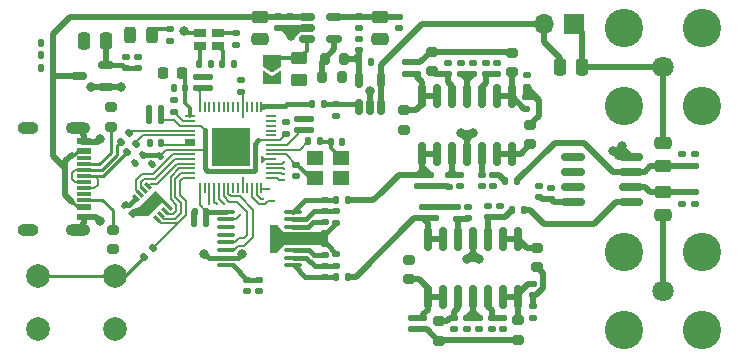
<source format=gbr>
%TF.GenerationSoftware,KiCad,Pcbnew,7.0.7*%
%TF.CreationDate,2024-02-05T21:16:27-08:00*%
%TF.ProjectId,Bandit_Dev_Platform,42616e64-6974-45f4-9465-765f506c6174,rev?*%
%TF.SameCoordinates,Original*%
%TF.FileFunction,Copper,L1,Top*%
%TF.FilePolarity,Positive*%
%FSLAX46Y46*%
G04 Gerber Fmt 4.6, Leading zero omitted, Abs format (unit mm)*
G04 Created by KiCad (PCBNEW 7.0.7) date 2024-02-05 21:16:27*
%MOMM*%
%LPD*%
G01*
G04 APERTURE LIST*
G04 Aperture macros list*
%AMRoundRect*
0 Rectangle with rounded corners*
0 $1 Rounding radius*
0 $2 $3 $4 $5 $6 $7 $8 $9 X,Y pos of 4 corners*
0 Add a 4 corners polygon primitive as box body*
4,1,4,$2,$3,$4,$5,$6,$7,$8,$9,$2,$3,0*
0 Add four circle primitives for the rounded corners*
1,1,$1+$1,$2,$3*
1,1,$1+$1,$4,$5*
1,1,$1+$1,$6,$7*
1,1,$1+$1,$8,$9*
0 Add four rect primitives between the rounded corners*
20,1,$1+$1,$2,$3,$4,$5,0*
20,1,$1+$1,$4,$5,$6,$7,0*
20,1,$1+$1,$6,$7,$8,$9,0*
20,1,$1+$1,$8,$9,$2,$3,0*%
%AMRotRect*
0 Rectangle, with rotation*
0 The origin of the aperture is its center*
0 $1 length*
0 $2 width*
0 $3 Rotation angle, in degrees counterclockwise*
0 Add horizontal line*
21,1,$1,$2,0,0,$3*%
%AMFreePoly0*
4,1,6,1.000000,0.000000,0.500000,-0.750000,-0.500000,-0.750000,-0.500000,0.750000,0.500000,0.750000,1.000000,0.000000,1.000000,0.000000,$1*%
%AMFreePoly1*
4,1,6,0.500000,-0.750000,-0.650000,-0.750000,-0.150000,0.000000,-0.650000,0.750000,0.500000,0.750000,0.500000,-0.750000,0.500000,-0.750000,$1*%
G04 Aperture macros list end*
%TA.AperFunction,SMDPad,CuDef*%
%ADD10RoundRect,0.135000X0.135000X0.185000X-0.135000X0.185000X-0.135000X-0.185000X0.135000X-0.185000X0*%
%TD*%
%TA.AperFunction,SMDPad,CuDef*%
%ADD11RoundRect,0.140000X-0.170000X0.140000X-0.170000X-0.140000X0.170000X-0.140000X0.170000X0.140000X0*%
%TD*%
%TA.AperFunction,SMDPad,CuDef*%
%ADD12RoundRect,0.140000X0.170000X-0.140000X0.170000X0.140000X-0.170000X0.140000X-0.170000X-0.140000X0*%
%TD*%
%TA.AperFunction,SMDPad,CuDef*%
%ADD13RoundRect,0.135000X-0.185000X0.135000X-0.185000X-0.135000X0.185000X-0.135000X0.185000X0.135000X0*%
%TD*%
%TA.AperFunction,SMDPad,CuDef*%
%ADD14RoundRect,0.200000X-0.200000X-0.275000X0.200000X-0.275000X0.200000X0.275000X-0.200000X0.275000X0*%
%TD*%
%TA.AperFunction,SMDPad,CuDef*%
%ADD15R,1.150000X0.600000*%
%TD*%
%TA.AperFunction,SMDPad,CuDef*%
%ADD16R,1.150000X0.300000*%
%TD*%
%TA.AperFunction,ComponentPad*%
%ADD17O,2.100000X1.000000*%
%TD*%
%TA.AperFunction,ComponentPad*%
%ADD18O,1.800000X1.000000*%
%TD*%
%TA.AperFunction,SMDPad,CuDef*%
%ADD19RoundRect,0.140000X0.140000X0.170000X-0.140000X0.170000X-0.140000X-0.170000X0.140000X-0.170000X0*%
%TD*%
%TA.AperFunction,SMDPad,CuDef*%
%ADD20RoundRect,0.200000X-0.275000X0.200000X-0.275000X-0.200000X0.275000X-0.200000X0.275000X0.200000X0*%
%TD*%
%TA.AperFunction,SMDPad,CuDef*%
%ADD21RoundRect,0.218750X0.218750X0.256250X-0.218750X0.256250X-0.218750X-0.256250X0.218750X-0.256250X0*%
%TD*%
%TA.AperFunction,SMDPad,CuDef*%
%ADD22RoundRect,0.135000X0.185000X-0.135000X0.185000X0.135000X-0.185000X0.135000X-0.185000X-0.135000X0*%
%TD*%
%TA.AperFunction,SMDPad,CuDef*%
%ADD23RoundRect,0.200000X0.200000X0.275000X-0.200000X0.275000X-0.200000X-0.275000X0.200000X-0.275000X0*%
%TD*%
%TA.AperFunction,SMDPad,CuDef*%
%ADD24RoundRect,0.150000X0.825000X0.150000X-0.825000X0.150000X-0.825000X-0.150000X0.825000X-0.150000X0*%
%TD*%
%TA.AperFunction,SMDPad,CuDef*%
%ADD25RoundRect,0.200000X0.275000X-0.200000X0.275000X0.200000X-0.275000X0.200000X-0.275000X-0.200000X0*%
%TD*%
%TA.AperFunction,SMDPad,CuDef*%
%ADD26RoundRect,0.140000X-0.021213X0.219203X-0.219203X0.021213X0.021213X-0.219203X0.219203X-0.021213X0*%
%TD*%
%TA.AperFunction,SMDPad,CuDef*%
%ADD27RoundRect,0.100000X0.637500X0.100000X-0.637500X0.100000X-0.637500X-0.100000X0.637500X-0.100000X0*%
%TD*%
%TA.AperFunction,SMDPad,CuDef*%
%ADD28R,1.000000X0.800000*%
%TD*%
%TA.AperFunction,SMDPad,CuDef*%
%ADD29FreePoly0,270.000000*%
%TD*%
%TA.AperFunction,SMDPad,CuDef*%
%ADD30FreePoly1,270.000000*%
%TD*%
%TA.AperFunction,SMDPad,CuDef*%
%ADD31RoundRect,0.243750X0.243750X0.456250X-0.243750X0.456250X-0.243750X-0.456250X0.243750X-0.456250X0*%
%TD*%
%TA.AperFunction,SMDPad,CuDef*%
%ADD32RoundRect,0.250000X0.250000X0.475000X-0.250000X0.475000X-0.250000X-0.475000X0.250000X-0.475000X0*%
%TD*%
%TA.AperFunction,SMDPad,CuDef*%
%ADD33RotRect,0.600000X0.300000X135.000000*%
%TD*%
%TA.AperFunction,SMDPad,CuDef*%
%ADD34RotRect,0.300000X1.700000X135.000000*%
%TD*%
%TA.AperFunction,SMDPad,CuDef*%
%ADD35RoundRect,0.135000X-0.135000X-0.185000X0.135000X-0.185000X0.135000X0.185000X-0.135000X0.185000X0*%
%TD*%
%TA.AperFunction,SMDPad,CuDef*%
%ADD36RoundRect,0.140000X-0.140000X-0.170000X0.140000X-0.170000X0.140000X0.170000X-0.140000X0.170000X0*%
%TD*%
%TA.AperFunction,ComponentPad*%
%ADD37C,1.800000*%
%TD*%
%TA.AperFunction,ComponentPad*%
%ADD38C,3.250000*%
%TD*%
%TA.AperFunction,SMDPad,CuDef*%
%ADD39RoundRect,0.150000X-0.512500X-0.150000X0.512500X-0.150000X0.512500X0.150000X-0.512500X0.150000X0*%
%TD*%
%TA.AperFunction,SMDPad,CuDef*%
%ADD40RoundRect,0.135000X-0.035355X0.226274X-0.226274X0.035355X0.035355X-0.226274X0.226274X-0.035355X0*%
%TD*%
%TA.AperFunction,SMDPad,CuDef*%
%ADD41RoundRect,0.140000X-0.219203X-0.021213X-0.021213X-0.219203X0.219203X0.021213X0.021213X0.219203X0*%
%TD*%
%TA.AperFunction,SMDPad,CuDef*%
%ADD42RoundRect,0.150000X-0.150000X0.825000X-0.150000X-0.825000X0.150000X-0.825000X0.150000X0.825000X0*%
%TD*%
%TA.AperFunction,ComponentPad*%
%ADD43R,1.700000X1.700000*%
%TD*%
%TA.AperFunction,ComponentPad*%
%ADD44O,1.700000X1.700000*%
%TD*%
%TA.AperFunction,SMDPad,CuDef*%
%ADD45RoundRect,0.250000X0.450000X-0.262500X0.450000X0.262500X-0.450000X0.262500X-0.450000X-0.262500X0*%
%TD*%
%TA.AperFunction,SMDPad,CuDef*%
%ADD46R,1.400000X1.200000*%
%TD*%
%TA.AperFunction,SMDPad,CuDef*%
%ADD47RoundRect,0.150000X0.150000X-0.825000X0.150000X0.825000X-0.150000X0.825000X-0.150000X-0.825000X0*%
%TD*%
%TA.AperFunction,SMDPad,CuDef*%
%ADD48RoundRect,0.250000X-0.475000X0.250000X-0.475000X-0.250000X0.475000X-0.250000X0.475000X0.250000X0*%
%TD*%
%TA.AperFunction,SMDPad,CuDef*%
%ADD49RoundRect,0.150000X0.512500X0.150000X-0.512500X0.150000X-0.512500X-0.150000X0.512500X-0.150000X0*%
%TD*%
%TA.AperFunction,SMDPad,CuDef*%
%ADD50RoundRect,0.135000X0.035355X-0.226274X0.226274X-0.035355X-0.035355X0.226274X-0.226274X0.035355X0*%
%TD*%
%TA.AperFunction,SMDPad,CuDef*%
%ADD51RoundRect,0.050000X0.050000X-0.387500X0.050000X0.387500X-0.050000X0.387500X-0.050000X-0.387500X0*%
%TD*%
%TA.AperFunction,SMDPad,CuDef*%
%ADD52RoundRect,0.050000X0.387500X-0.050000X0.387500X0.050000X-0.387500X0.050000X-0.387500X-0.050000X0*%
%TD*%
%TA.AperFunction,SMDPad,CuDef*%
%ADD53R,3.200000X3.200000*%
%TD*%
%TA.AperFunction,ComponentPad*%
%ADD54C,2.000000*%
%TD*%
%TA.AperFunction,SMDPad,CuDef*%
%ADD55RoundRect,0.150000X0.150000X-0.512500X0.150000X0.512500X-0.150000X0.512500X-0.150000X-0.512500X0*%
%TD*%
%TA.AperFunction,SMDPad,CuDef*%
%ADD56RoundRect,0.250000X0.475000X-0.250000X0.475000X0.250000X-0.475000X0.250000X-0.475000X-0.250000X0*%
%TD*%
%TA.AperFunction,ViaPad*%
%ADD57C,0.300000*%
%TD*%
%TA.AperFunction,ViaPad*%
%ADD58C,0.800000*%
%TD*%
%TA.AperFunction,Conductor*%
%ADD59C,0.500000*%
%TD*%
%TA.AperFunction,Conductor*%
%ADD60C,0.200000*%
%TD*%
%TA.AperFunction,Conductor*%
%ADD61C,0.250000*%
%TD*%
%TA.AperFunction,Conductor*%
%ADD62C,0.400000*%
%TD*%
%TA.AperFunction,Conductor*%
%ADD63C,0.350000*%
%TD*%
G04 APERTURE END LIST*
D10*
%TO.P,R22,1*%
%TO.N,/SE_SIG_A*%
X49270000Y-37650000D03*
%TO.P,R22,2*%
%TO.N,Net-(U1-AINP_B)*%
X48250000Y-37650000D03*
%TD*%
D11*
%TO.P,C3,1*%
%TO.N,VBUS*%
X44375000Y-22095000D03*
%TO.P,C3,2*%
%TO.N,GND*%
X44375000Y-23055000D03*
%TD*%
%TO.P,C21,1*%
%TO.N,Net-(U1-REFIO_B)*%
X47310000Y-39520000D03*
%TO.P,C21,2*%
%TO.N,GND*%
X47310000Y-40480000D03*
%TD*%
D12*
%TO.P,C59,1*%
%TO.N,Net-(U10B--)*%
X55127100Y-26960000D03*
%TO.P,C59,2*%
%TO.N,Net-(C54-Pad2)*%
X55127100Y-26000000D03*
%TD*%
D11*
%TO.P,C23,1*%
%TO.N,Net-(U1-AINP_B)*%
X47310000Y-37620000D03*
%TO.P,C23,2*%
%TO.N,Net-(U1-AINM_B)*%
X47310000Y-38580000D03*
%TD*%
%TO.P,C8,1*%
%TO.N,VDDA*%
X50225000Y-22095000D03*
%TO.P,C8,2*%
%TO.N,GND*%
X50225000Y-23055000D03*
%TD*%
D13*
%TO.P,R32,1*%
%TO.N,Net-(C47-Pad2)*%
X64990200Y-46612500D03*
%TO.P,R32,2*%
%TO.N,Net-(U9B-+)*%
X64990200Y-47632500D03*
%TD*%
D14*
%TO.P,R8,1*%
%TO.N,Net-(U4-PG{slash}ADJ)*%
X47350000Y-25675000D03*
%TO.P,R8,2*%
%TO.N,VDDA*%
X49000000Y-25675000D03*
%TD*%
D13*
%TO.P,R24,1*%
%TO.N,GND*%
X48310000Y-42190000D03*
%TO.P,R24,2*%
%TO.N,Net-(U1-AINM_A)*%
X48310000Y-43210000D03*
%TD*%
D15*
%TO.P,P1,A1,GND*%
%TO.N,GND*%
X26980000Y-32670000D03*
%TO.P,P1,A4,VBUS*%
%TO.N,VBUS*%
X26980000Y-33470000D03*
D16*
%TO.P,P1,A5,CC*%
%TO.N,/USB_CC*%
X26980000Y-34620000D03*
%TO.P,P1,A6,D+*%
%TO.N,Net-(P1-D+)*%
X26980000Y-35620000D03*
%TO.P,P1,A7,D-*%
%TO.N,Net-(P1-D-)*%
X26980000Y-36120000D03*
%TO.P,P1,A8*%
%TO.N,N/C*%
X26980000Y-37120000D03*
D15*
%TO.P,P1,A9,VBUS*%
%TO.N,VBUS*%
X26980000Y-38270000D03*
%TO.P,P1,A12,GND*%
%TO.N,GND*%
X26980000Y-39070000D03*
%TO.P,P1,B1,GND*%
X26980000Y-39070000D03*
%TO.P,P1,B4,VBUS*%
%TO.N,VBUS*%
X26980000Y-38270000D03*
D16*
%TO.P,P1,B5,VCONN*%
%TO.N,/USB_VCONN*%
X26980000Y-37620000D03*
%TO.P,P1,B6*%
%TO.N,N/C*%
X26980000Y-36620000D03*
%TO.P,P1,B7*%
X26980000Y-35120000D03*
%TO.P,P1,B8*%
X26980000Y-34120000D03*
D15*
%TO.P,P1,B9,VBUS*%
%TO.N,VBUS*%
X26980000Y-33470000D03*
%TO.P,P1,B12,GND*%
%TO.N,GND*%
X26980000Y-32670000D03*
D17*
%TO.P,P1,S1,SHIELD*%
X26405000Y-31550000D03*
D18*
X22225000Y-31550000D03*
D17*
X26405000Y-40190000D03*
D18*
X22225000Y-40190000D03*
%TD*%
D19*
%TO.P,C11,1*%
%TO.N,Net-(U2-ADC_AVDD)*%
X35490000Y-28170000D03*
%TO.P,C11,2*%
%TO.N,GND*%
X34530000Y-28170000D03*
%TD*%
D12*
%TO.P,C30,1*%
%TO.N,VDDA*%
X65500000Y-37380000D03*
%TO.P,C30,2*%
%TO.N,GND*%
X65500000Y-36420000D03*
%TD*%
D20*
%TO.P,R33,1*%
%TO.N,Net-(U9C--)*%
X65290200Y-41697500D03*
%TO.P,R33,2*%
%TO.N,Net-(C47-Pad2)*%
X65290200Y-43347500D03*
%TD*%
D21*
%TO.P,FB1,1*%
%TO.N,Net-(U2-ADC_AVDD)*%
X35217500Y-26890000D03*
%TO.P,FB1,2*%
%TO.N,+3V3*%
X33642500Y-26890000D03*
%TD*%
D12*
%TO.P,C14,1*%
%TO.N,VDDA*%
X50225000Y-24955000D03*
%TO.P,C14,2*%
%TO.N,GND*%
X50225000Y-23995000D03*
%TD*%
D11*
%TO.P,C2,1*%
%TO.N,VBUS*%
X43375000Y-22095000D03*
%TO.P,C2,2*%
%TO.N,GND*%
X43375000Y-23055000D03*
%TD*%
D22*
%TO.P,R21,1*%
%TO.N,GND*%
X48310000Y-39610000D03*
%TO.P,R21,2*%
%TO.N,Net-(U1-AINM_B)*%
X48310000Y-38590000D03*
%TD*%
D11*
%TO.P,C60,1*%
%TO.N,Net-(U9A--)*%
X55690200Y-47642500D03*
%TO.P,C60,2*%
%TO.N,Net-(C45-Pad2)*%
X55690200Y-48602500D03*
%TD*%
D23*
%TO.P,R9,1*%
%TO.N,GND*%
X48750000Y-27225000D03*
%TO.P,R9,2*%
%TO.N,Net-(U4-PG{slash}ADJ)*%
X47100000Y-27225000D03*
%TD*%
D24*
%TO.P,U7,1,VOUT*%
%TO.N,/SIG_IN*%
X73275000Y-37780000D03*
%TO.P,U7,2,CH0*%
%TO.N,Net-(U7-CH0)*%
X73275000Y-36510000D03*
%TO.P,U7,3,CH1*%
%TO.N,/WGN_PGA_IN*%
X73275000Y-35240000D03*
%TO.P,U7,4,VSS*%
%TO.N,GND*%
X73275000Y-33970000D03*
%TO.P,U7,5,~{CS}*%
%TO.N,/~{PGA_CS}*%
X68325000Y-33970000D03*
%TO.P,U7,6,SI*%
%TO.N,/PGA_SI*%
X68325000Y-35240000D03*
%TO.P,U7,7,SCK*%
%TO.N,/PGA_SCK*%
X68325000Y-36510000D03*
%TO.P,U7,8,VDD*%
%TO.N,VDDA*%
X68325000Y-37780000D03*
%TD*%
D19*
%TO.P,C7,1*%
%TO.N,GND*%
X48820000Y-32700000D03*
%TO.P,C7,2*%
%TO.N,/XOUT*%
X47860000Y-32700000D03*
%TD*%
D12*
%TO.P,C16,1*%
%TO.N,GND*%
X62390200Y-48602500D03*
%TO.P,C16,2*%
%TO.N,Net-(U9B-+)*%
X62390200Y-47642500D03*
%TD*%
D11*
%TO.P,C26,1*%
%TO.N,VDDA*%
X40770000Y-44420000D03*
%TO.P,C26,2*%
%TO.N,GND*%
X40770000Y-45380000D03*
%TD*%
D25*
%TO.P,R30,1*%
%TO.N,Net-(C45-Pad2)*%
X56990200Y-49547500D03*
%TO.P,R30,2*%
%TO.N,Net-(U9A-+)*%
X56990200Y-47897500D03*
%TD*%
D12*
%TO.P,C37,1*%
%TO.N,+3V3*%
X36480000Y-28200000D03*
%TO.P,C37,2*%
%TO.N,GND*%
X36480000Y-27240000D03*
%TD*%
D19*
%TO.P,C6,1*%
%TO.N,VBUS*%
X24300000Y-25400000D03*
%TO.P,C6,2*%
%TO.N,GND*%
X23340000Y-25400000D03*
%TD*%
D10*
%TO.P,R23,1*%
%TO.N,/SE_SIG_B*%
X49270000Y-44150000D03*
%TO.P,R23,2*%
%TO.N,Net-(U1-AINP_A)*%
X48250000Y-44150000D03*
%TD*%
D11*
%TO.P,C32,1*%
%TO.N,Net-(U6-VIN+)*%
X48275000Y-29545000D03*
%TO.P,C32,2*%
%TO.N,GND*%
X48275000Y-30505000D03*
%TD*%
D26*
%TO.P,C34,1*%
%TO.N,+1V1*%
X31959411Y-33850589D03*
%TO.P,C34,2*%
%TO.N,GND*%
X31280589Y-34529411D03*
%TD*%
D27*
%TO.P,U1,1,AINP_A*%
%TO.N,Net-(U1-AINP_A)*%
X44652500Y-43185000D03*
%TO.P,U1,2,AINM_A*%
%TO.N,Net-(U1-AINM_A)*%
X44652500Y-42535000D03*
%TO.P,U1,3,REFIO_A*%
%TO.N,Net-(U1-REFIO_A)*%
X44652500Y-41885000D03*
%TO.P,U1,4,REFGND_A*%
%TO.N,GND*%
X44652500Y-41235000D03*
%TO.P,U1,5,REFGND_B*%
X44652500Y-40585000D03*
%TO.P,U1,6,REFIO_B*%
%TO.N,Net-(U1-REFIO_B)*%
X44652500Y-39935000D03*
%TO.P,U1,7,AINM_B*%
%TO.N,Net-(U1-AINM_B)*%
X44652500Y-39285000D03*
%TO.P,U1,8,AINP_B*%
%TO.N,Net-(U1-AINP_B)*%
X44652500Y-38635000D03*
%TO.P,U1,9,DVDD*%
%TO.N,+3V3*%
X38927500Y-38635000D03*
%TO.P,U1,10,SDI*%
%TO.N,/ADC_SDI*%
X38927500Y-39285000D03*
%TO.P,U1,11,~{CS}*%
%TO.N,/ADC_CSN*%
X38927500Y-39935000D03*
%TO.P,U1,12,SCLK*%
%TO.N,/ADC_SCK*%
X38927500Y-40585000D03*
%TO.P,U1,13,SDO_A*%
%TO.N,/ADC_SDO_A*%
X38927500Y-41235000D03*
%TO.P,U1,14,SDO_B*%
%TO.N,/ADC_SDO_B*%
X38927500Y-41885000D03*
%TO.P,U1,15,GND*%
%TO.N,GND*%
X38927500Y-42535000D03*
%TO.P,U1,16,AVDD*%
%TO.N,VDDA*%
X38927500Y-43185000D03*
%TD*%
D11*
%TO.P,C47,1*%
%TO.N,Net-(U9B--)*%
X64990200Y-44742500D03*
%TO.P,C47,2*%
%TO.N,Net-(C47-Pad2)*%
X64990200Y-45702500D03*
%TD*%
D22*
%TO.P,R39,1*%
%TO.N,Net-(C56-Pad2)*%
X64427300Y-28114700D03*
%TO.P,R39,2*%
%TO.N,Net-(U10A-+)*%
X64427300Y-27094700D03*
%TD*%
D10*
%TO.P,R34,1*%
%TO.N,/SIG_IN*%
X64200200Y-38522500D03*
%TO.P,R34,2*%
%TO.N,Net-(U9C-+)*%
X63180200Y-38522500D03*
%TD*%
D11*
%TO.P,C38,1*%
%TO.N,GND*%
X61000000Y-26020000D03*
%TO.P,C38,2*%
%TO.N,Net-(U10A-+)*%
X61000000Y-26980000D03*
%TD*%
D28*
%TO.P,D2,1,A*%
%TO.N,+3V3*%
X36770000Y-23525000D03*
%TO.P,D2,2,BK*%
%TO.N,Net-(D2-BK)*%
X38270000Y-23525000D03*
%TO.P,D2,3,GK*%
%TO.N,Net-(D2-GK)*%
X38270000Y-24625000D03*
%TO.P,D2,4,RK*%
%TO.N,Net-(D2-RK)*%
X36770000Y-24625000D03*
%TD*%
D11*
%TO.P,C50,1*%
%TO.N,GND*%
X62190200Y-38142500D03*
%TO.P,C50,2*%
%TO.N,Net-(U9C-+)*%
X62190200Y-39102500D03*
%TD*%
D12*
%TO.P,C68,1*%
%TO.N,+3V3*%
X30530000Y-26460000D03*
%TO.P,C68,2*%
%TO.N,GND*%
X30530000Y-25500000D03*
%TD*%
D29*
%TO.P,JP2,1,A*%
%TO.N,Net-(JP1-B)*%
X42900000Y-25850000D03*
D30*
%TO.P,JP2,2,B*%
%TO.N,+3V3*%
X42900000Y-27300000D03*
%TD*%
D19*
%TO.P,C29,1*%
%TO.N,+3V3*%
X37260000Y-39600000D03*
%TO.P,C29,2*%
%TO.N,GND*%
X36300000Y-39600000D03*
%TD*%
D31*
%TO.P,D1,1,K*%
%TO.N,Net-(D1-K)*%
X32737500Y-23700000D03*
%TO.P,D1,2,A*%
%TO.N,+3V3*%
X30862500Y-23700000D03*
%TD*%
D19*
%TO.P,C63,1*%
%TO.N,+1V1*%
X33450000Y-29900000D03*
%TO.P,C63,2*%
%TO.N,GND*%
X32490000Y-29900000D03*
%TD*%
D12*
%TO.P,C74,1*%
%TO.N,+3V3*%
X40200000Y-28460000D03*
%TO.P,C74,2*%
%TO.N,GND*%
X40200000Y-27500000D03*
%TD*%
%TO.P,C51,1*%
%TO.N,GND*%
X58763100Y-36480000D03*
%TO.P,C51,2*%
%TO.N,Net-(U10C-+)*%
X58763100Y-35520000D03*
%TD*%
%TO.P,C24,1*%
%TO.N,Net-(U1-AINP_A)*%
X47310000Y-44180000D03*
%TO.P,C24,2*%
%TO.N,Net-(U1-AINM_A)*%
X47310000Y-43220000D03*
%TD*%
D20*
%TO.P,R37,1*%
%TO.N,Net-(C54-Pad2)*%
X56427100Y-25075000D03*
%TO.P,R37,2*%
%TO.N,Net-(U10B-+)*%
X56427100Y-26725000D03*
%TD*%
D13*
%TO.P,R1,1*%
%TO.N,Net-(D2-BK)*%
X39795000Y-23515000D03*
%TO.P,R1,2*%
%TO.N,/LED_B*%
X39795000Y-24535000D03*
%TD*%
D32*
%TO.P,C73,1*%
%TO.N,/WGN_OUT_PORT*%
X69150000Y-26375000D03*
%TO.P,C73,2*%
%TO.N,/WGN_OUT*%
X67250000Y-26375000D03*
%TD*%
D12*
%TO.P,C20,1*%
%TO.N,GND*%
X61557100Y-36454600D03*
%TO.P,C20,2*%
%TO.N,Net-(U10D-+)*%
X61557100Y-35494600D03*
%TD*%
D33*
%TO.P,U5,1,~{CS}*%
%TO.N,/~{FLASH_CSN}*%
X33097106Y-39268428D03*
%TO.P,U5,2,DO(IO1)*%
%TO.N,/FLASH_IO1*%
X33450660Y-38914874D03*
%TO.P,U5,3,IO2*%
%TO.N,/FLASH_IO2*%
X33804213Y-38561321D03*
%TO.P,U5,4,GND*%
%TO.N,GND*%
X34157767Y-38207767D03*
%TO.P,U5,5,DI(IO0)*%
%TO.N,/FLASH_IO0*%
X32390000Y-36440000D03*
%TO.P,U5,6,CLK*%
%TO.N,/FLASH_SCK*%
X32036446Y-36793554D03*
%TO.P,U5,7,IO3*%
%TO.N,/FLASH_IO3*%
X31682893Y-37147107D03*
%TO.P,U5,8,VCC*%
%TO.N,+3V3*%
X31329339Y-37500661D03*
D34*
%TO.P,U5,9*%
%TO.N,GND*%
X32743553Y-37854214D03*
%TD*%
D35*
%TO.P,R2,1*%
%TO.N,Net-(D2-GK)*%
X38650000Y-26100000D03*
%TO.P,R2,2*%
%TO.N,/LED_G*%
X39670000Y-26100000D03*
%TD*%
D36*
%TO.P,C13,1*%
%TO.N,VDDA*%
X50245000Y-25975000D03*
%TO.P,C13,2*%
%TO.N,GND*%
X51205000Y-25975000D03*
%TD*%
D12*
%TO.P,C35,1*%
%TO.N,+3V3*%
X37500000Y-28200000D03*
%TO.P,C35,2*%
%TO.N,GND*%
X37500000Y-27240000D03*
%TD*%
%TO.P,C41,1*%
%TO.N,GND*%
X60630000Y-36454600D03*
%TO.P,C41,2*%
%TO.N,Net-(U10D-+)*%
X60630000Y-35494600D03*
%TD*%
D22*
%TO.P,R35,1*%
%TO.N,Net-(C39-Pad2)*%
X57823300Y-36535400D03*
%TO.P,R35,2*%
%TO.N,Net-(U10C-+)*%
X57823300Y-35515400D03*
%TD*%
D37*
%TO.P,J6,1,In*%
%TO.N,/WGN_OUT_PORT*%
X76000000Y-26375000D03*
D38*
%TO.P,J6,2,Ext*%
%TO.N,GND*%
X72700000Y-23075000D03*
X72700000Y-29675000D03*
X79300000Y-23075000D03*
X79300000Y-29675000D03*
%TD*%
D39*
%TO.P,U4,1,VIN*%
%TO.N,VBUS*%
X45850000Y-22125000D03*
%TO.P,U4,2,GND*%
%TO.N,GND*%
X45850000Y-23075000D03*
%TO.P,U4,3,EN*%
%TO.N,Net-(JP1-B)*%
X45850000Y-24025000D03*
%TO.P,U4,4,PG/ADJ*%
%TO.N,Net-(U4-PG{slash}ADJ)*%
X48125000Y-24025000D03*
%TO.P,U4,5,VOUT*%
%TO.N,VDDA*%
X48125000Y-22125000D03*
%TD*%
D12*
%TO.P,C66,1*%
%TO.N,+3V3*%
X46050000Y-31710000D03*
%TO.P,C66,2*%
%TO.N,GND*%
X46050000Y-30750000D03*
%TD*%
D11*
%TO.P,C10,1*%
%TO.N,/CLK_12M*%
X44930000Y-34640000D03*
%TO.P,C10,2*%
%TO.N,GND*%
X44930000Y-35600000D03*
%TD*%
D26*
%TO.P,C33,1*%
%TO.N,+1V1*%
X33349411Y-33920589D03*
%TO.P,C33,2*%
%TO.N,GND*%
X32670589Y-34599411D03*
%TD*%
D19*
%TO.P,C4,1*%
%TO.N,VBUS*%
X24300000Y-26450000D03*
%TO.P,C4,2*%
%TO.N,GND*%
X23340000Y-26450000D03*
%TD*%
D12*
%TO.P,C65,1*%
%TO.N,+3V3*%
X45050000Y-31710000D03*
%TO.P,C65,2*%
%TO.N,GND*%
X45050000Y-30750000D03*
%TD*%
D40*
%TO.P,R12,1*%
%TO.N,/~{FLASH_CSN}*%
X32760624Y-41739376D03*
%TO.P,R12,2*%
%TO.N,Net-(SW1-A)*%
X32039376Y-42460624D03*
%TD*%
D12*
%TO.P,C44,1*%
%TO.N,GND*%
X58290200Y-48602500D03*
%TO.P,C44,2*%
%TO.N,Net-(U9A-+)*%
X58290200Y-47642500D03*
%TD*%
D11*
%TO.P,C53,1*%
%TO.N,GND*%
X57730700Y-26020000D03*
%TO.P,C53,2*%
%TO.N,Net-(U10B-+)*%
X57730700Y-26980000D03*
%TD*%
D22*
%TO.P,R15,1*%
%TO.N,/WGN_PGA_IN*%
X77600000Y-34750000D03*
%TO.P,R15,2*%
%TO.N,GND*%
X77600000Y-33730000D03*
%TD*%
D25*
%TO.P,R29,1*%
%TO.N,Net-(U9A--)*%
X54490200Y-44347500D03*
%TO.P,R29,2*%
%TO.N,Net-(C40-Pad2)*%
X54490200Y-42697500D03*
%TD*%
D11*
%TO.P,C9,1*%
%TO.N,VDDA*%
X53575000Y-22145000D03*
%TO.P,C9,2*%
%TO.N,GND*%
X53575000Y-23105000D03*
%TD*%
D12*
%TO.P,C58,1*%
%TO.N,VDDA*%
X59900000Y-26980000D03*
%TO.P,C58,2*%
%TO.N,GND*%
X59900000Y-26020000D03*
%TD*%
D25*
%TO.P,R40,1*%
%TO.N,Net-(U10D--)*%
X64744800Y-32925000D03*
%TO.P,R40,2*%
%TO.N,Net-(C56-Pad2)*%
X64744800Y-31275000D03*
%TD*%
%TO.P,R38,1*%
%TO.N,Net-(U10A--)*%
X63182700Y-26825000D03*
%TO.P,R38,2*%
%TO.N,Net-(C54-Pad2)*%
X63182700Y-25175000D03*
%TD*%
D12*
%TO.P,C54,1*%
%TO.N,Net-(U10B--)*%
X54200000Y-26960000D03*
%TO.P,C54,2*%
%TO.N,Net-(C54-Pad2)*%
X54200000Y-26000000D03*
%TD*%
D35*
%TO.P,R3,1*%
%TO.N,Net-(D2-RK)*%
X36690000Y-26100000D03*
%TO.P,R3,2*%
%TO.N,/LED_R*%
X37710000Y-26100000D03*
%TD*%
D41*
%TO.P,C1,1*%
%TO.N,+3V3*%
X30420589Y-38090589D03*
%TO.P,C1,2*%
%TO.N,GND*%
X31099411Y-38769411D03*
%TD*%
D42*
%TO.P,U10,1*%
%TO.N,Net-(U10A--)*%
X63170000Y-28800000D03*
%TO.P,U10,2,-*%
X61900000Y-28800000D03*
%TO.P,U10,3,+*%
%TO.N,Net-(U10A-+)*%
X60630000Y-28800000D03*
%TO.P,U10,4,V+*%
%TO.N,VDDA*%
X59360000Y-28800000D03*
%TO.P,U10,5,+*%
%TO.N,Net-(U10B-+)*%
X58090000Y-28800000D03*
%TO.P,U10,6,-*%
%TO.N,Net-(U10B--)*%
X56820000Y-28800000D03*
%TO.P,U10,7*%
X55550000Y-28800000D03*
%TO.P,U10,8*%
%TO.N,/SE_SIG_A*%
X55550000Y-33750000D03*
%TO.P,U10,9,-*%
X56820000Y-33750000D03*
%TO.P,U10,10,+*%
%TO.N,Net-(U10C-+)*%
X58090000Y-33750000D03*
%TO.P,U10,11,V-*%
%TO.N,GND*%
X59360000Y-33750000D03*
%TO.P,U10,12,+*%
%TO.N,Net-(U10D-+)*%
X60630000Y-33750000D03*
%TO.P,U10,13,-*%
%TO.N,Net-(U10D--)*%
X61900000Y-33750000D03*
%TO.P,U10,14*%
X63170000Y-33750000D03*
%TD*%
D13*
%TO.P,R28,1*%
%TO.N,Net-(C40-Pad2)*%
X58490200Y-38212500D03*
%TO.P,R28,2*%
%TO.N,Net-(U9D-+)*%
X58490200Y-39232500D03*
%TD*%
D12*
%TO.P,C43,1*%
%TO.N,/SE_SIG_B*%
X56700200Y-39202500D03*
%TO.P,C43,2*%
%TO.N,Net-(C40-Pad2)*%
X56700200Y-38242500D03*
%TD*%
%TO.P,C40,1*%
%TO.N,/SE_SIG_B*%
X55690200Y-39202500D03*
%TO.P,C40,2*%
%TO.N,Net-(C40-Pad2)*%
X55690200Y-38242500D03*
%TD*%
D43*
%TO.P,J12,1,Pin_1*%
%TO.N,/WGN_OUT_PORT*%
X68440000Y-22725000D03*
D44*
%TO.P,J12,2,Pin_2*%
%TO.N,/WGN_OUT*%
X65900000Y-22725000D03*
%TD*%
D10*
%TO.P,R27,1*%
%TO.N,Net-(U6-VIN+)*%
X47270000Y-29525000D03*
%TO.P,R27,2*%
%TO.N,/PDM_WGN*%
X46250000Y-29525000D03*
%TD*%
D13*
%TO.P,R6,1*%
%TO.N,Net-(D1-K)*%
X34200000Y-23190000D03*
%TO.P,R6,2*%
%TO.N,/USER_LED*%
X34200000Y-24210000D03*
%TD*%
D19*
%TO.P,C28,1*%
%TO.N,+3V3*%
X37280000Y-38620000D03*
%TO.P,C28,2*%
%TO.N,GND*%
X36320000Y-38620000D03*
%TD*%
D22*
%TO.P,R25,1*%
%TO.N,VDDA*%
X78700000Y-38000000D03*
%TO.P,R25,2*%
%TO.N,Net-(U7-CH0)*%
X78700000Y-36980000D03*
%TD*%
D19*
%TO.P,C62,1*%
%TO.N,+1V1*%
X33450000Y-30900000D03*
%TO.P,C62,2*%
%TO.N,GND*%
X32490000Y-30900000D03*
%TD*%
D45*
%TO.P,R7,1*%
%TO.N,GND*%
X45175000Y-27487500D03*
%TO.P,R7,2*%
%TO.N,Net-(JP1-B)*%
X45175000Y-25662500D03*
%TD*%
D20*
%TO.P,R11,1*%
%TO.N,/USB_VCONN*%
X29400000Y-40175000D03*
%TO.P,R11,2*%
%TO.N,GND*%
X29400000Y-41825000D03*
%TD*%
D11*
%TO.P,C48,1*%
%TO.N,VDDA*%
X60390200Y-47642500D03*
%TO.P,C48,2*%
%TO.N,GND*%
X60390200Y-48602500D03*
%TD*%
D46*
%TO.P,Y1,1,1*%
%TO.N,/XOUT*%
X48670000Y-34080000D03*
%TO.P,Y1,2,2*%
%TO.N,GND*%
X46470000Y-34080000D03*
%TO.P,Y1,3,3*%
%TO.N,/CLK_12M*%
X46470000Y-35780000D03*
%TO.P,Y1,4,4*%
%TO.N,GND*%
X48670000Y-35780000D03*
%TD*%
D32*
%TO.P,C69,1*%
%TO.N,+3V3*%
X28850000Y-24200000D03*
%TO.P,C69,2*%
%TO.N,GND*%
X26950000Y-24200000D03*
%TD*%
D12*
%TO.P,C22,1*%
%TO.N,Net-(U1-REFIO_A)*%
X47310000Y-42330000D03*
%TO.P,C22,2*%
%TO.N,GND*%
X47310000Y-41370000D03*
%TD*%
D47*
%TO.P,U9,1*%
%TO.N,Net-(U9A--)*%
X56080200Y-45897500D03*
%TO.P,U9,2,-*%
X57350200Y-45897500D03*
%TO.P,U9,3,+*%
%TO.N,Net-(U9A-+)*%
X58620200Y-45897500D03*
%TO.P,U9,4,V+*%
%TO.N,VDDA*%
X59890200Y-45897500D03*
%TO.P,U9,5,+*%
%TO.N,Net-(U9B-+)*%
X61160200Y-45897500D03*
%TO.P,U9,6,-*%
%TO.N,Net-(U9B--)*%
X62430200Y-45897500D03*
%TO.P,U9,7*%
X63700200Y-45897500D03*
%TO.P,U9,8*%
%TO.N,Net-(U9C--)*%
X63700200Y-40947500D03*
%TO.P,U9,9,-*%
X62430200Y-40947500D03*
%TO.P,U9,10,+*%
%TO.N,Net-(U9C-+)*%
X61160200Y-40947500D03*
%TO.P,U9,11,V-*%
%TO.N,GND*%
X59890200Y-40947500D03*
%TO.P,U9,12,+*%
%TO.N,Net-(U9D-+)*%
X58620200Y-40947500D03*
%TO.P,U9,13,-*%
%TO.N,/SE_SIG_B*%
X57350200Y-40947500D03*
%TO.P,U9,14*%
X56080200Y-40947500D03*
%TD*%
D48*
%TO.P,C72,1*%
%TO.N,/WGN_OUT_PORT*%
X76000000Y-32850000D03*
%TO.P,C72,2*%
%TO.N,/WGN_PGA_IN*%
X76000000Y-34750000D03*
%TD*%
D49*
%TO.P,U11,1,GND*%
%TO.N,GND*%
X28800000Y-28100000D03*
%TO.P,U11,2,VO*%
%TO.N,+3V3*%
X28800000Y-26200000D03*
%TO.P,U11,3,VI*%
%TO.N,VBUS*%
X26525000Y-27150000D03*
%TD*%
D19*
%TO.P,C36,1*%
%TO.N,+3V3*%
X33460000Y-32810000D03*
%TO.P,C36,2*%
%TO.N,GND*%
X32500000Y-32810000D03*
%TD*%
D12*
%TO.P,C67,1*%
%TO.N,+3V3*%
X31530000Y-26460000D03*
%TO.P,C67,2*%
%TO.N,GND*%
X31530000Y-25500000D03*
%TD*%
D37*
%TO.P,J5,1,In*%
%TO.N,Net-(J2-In)*%
X76000000Y-45375000D03*
D38*
%TO.P,J5,2,Ext*%
%TO.N,GND*%
X72700000Y-42075000D03*
X72700000Y-48675000D03*
X79300000Y-42075000D03*
X79300000Y-48675000D03*
%TD*%
D50*
%TO.P,R4,1*%
%TO.N,Net-(P1-D-)*%
X30039376Y-32710624D03*
%TO.P,R4,2*%
%TO.N,/USB_D-*%
X30760624Y-31989376D03*
%TD*%
D11*
%TO.P,C52,1*%
%TO.N,/SE_SIG_A*%
X56200000Y-35534900D03*
%TO.P,C52,2*%
%TO.N,Net-(C39-Pad2)*%
X56200000Y-36494900D03*
%TD*%
D12*
%TO.P,C64,1*%
%TO.N,+1V1*%
X44050000Y-32020000D03*
%TO.P,C64,2*%
%TO.N,GND*%
X44050000Y-31060000D03*
%TD*%
D35*
%TO.P,R14,1*%
%TO.N,Net-(U2-XOUT)*%
X45880000Y-32690000D03*
%TO.P,R14,2*%
%TO.N,/XOUT*%
X46900000Y-32690000D03*
%TD*%
D11*
%TO.P,C42,1*%
%TO.N,GND*%
X59490200Y-38242500D03*
%TO.P,C42,2*%
%TO.N,Net-(U9D-+)*%
X59490200Y-39202500D03*
%TD*%
D12*
%TO.P,C56,1*%
%TO.N,Net-(U10A--)*%
X64401900Y-29926200D03*
%TO.P,C56,2*%
%TO.N,Net-(C56-Pad2)*%
X64401900Y-28966200D03*
%TD*%
D13*
%TO.P,R13,1*%
%TO.N,VDDA*%
X78700000Y-33730000D03*
%TO.P,R13,2*%
%TO.N,/WGN_PGA_IN*%
X78700000Y-34750000D03*
%TD*%
D10*
%TO.P,R41,1*%
%TO.N,/WGN_PGA_IN*%
X63610000Y-36000000D03*
%TO.P,R41,2*%
%TO.N,Net-(U10D-+)*%
X62590000Y-36000000D03*
%TD*%
D51*
%TO.P,U2,1,IOVDD*%
%TO.N,+3V3*%
X36767500Y-36607500D03*
%TO.P,U2,2,GPIO0*%
%TO.N,unconnected-(U2-GPIO0-Pad2)*%
X37167500Y-36607500D03*
%TO.P,U2,3,GPIO1*%
%TO.N,/ADC_CSN*%
X37567500Y-36607500D03*
%TO.P,U2,4,GPIO2*%
%TO.N,/ADC_SCK*%
X37967500Y-36607500D03*
%TO.P,U2,5,GPIO3*%
%TO.N,/ADC_SDI*%
X38367500Y-36607500D03*
%TO.P,U2,6,GPIO4*%
%TO.N,/ADC_SDO_A*%
X38767500Y-36607500D03*
%TO.P,U2,7,GPIO5*%
%TO.N,/ADC_SDO_B*%
X39167500Y-36607500D03*
%TO.P,U2,8,GPIO6*%
%TO.N,unconnected-(U2-GPIO6-Pad8)*%
X39567500Y-36607500D03*
%TO.P,U2,9,GPIO7*%
%TO.N,unconnected-(U2-GPIO7-Pad9)*%
X39967500Y-36607500D03*
%TO.P,U2,10,IOVDD*%
%TO.N,+3V3*%
X40367500Y-36607500D03*
%TO.P,U2,11,GPIO8*%
%TO.N,unconnected-(U2-GPIO8-Pad11)*%
X40767500Y-36607500D03*
%TO.P,U2,12,GPIO9*%
%TO.N,/~{PGA_CS}*%
X41167500Y-36607500D03*
%TO.P,U2,13,GPIO10*%
%TO.N,/PGA_SCK*%
X41567500Y-36607500D03*
%TO.P,U2,14,GPIO11*%
%TO.N,/PGA_SI*%
X41967500Y-36607500D03*
D52*
%TO.P,U2,15,GPIO12*%
%TO.N,/LED_R*%
X42805000Y-35770000D03*
%TO.P,U2,16,GPIO13*%
%TO.N,/LED_G*%
X42805000Y-35370000D03*
%TO.P,U2,17,GPIO14*%
%TO.N,/LED_B*%
X42805000Y-34970000D03*
%TO.P,U2,18,GPIO15*%
%TO.N,/USER_LED*%
X42805000Y-34570000D03*
%TO.P,U2,19,TESTEN*%
%TO.N,GND*%
X42805000Y-34170000D03*
%TO.P,U2,20,XIN*%
%TO.N,/CLK_12M*%
X42805000Y-33770000D03*
%TO.P,U2,21,XOUT*%
%TO.N,Net-(U2-XOUT)*%
X42805000Y-33370000D03*
%TO.P,U2,22,IOVDD*%
%TO.N,+3V3*%
X42805000Y-32970000D03*
%TO.P,U2,23,DVDD*%
%TO.N,+1V1*%
X42805000Y-32570000D03*
%TO.P,U2,24,SWCLK*%
%TO.N,Net-(J1-Pin_1)*%
X42805000Y-32170000D03*
%TO.P,U2,25,SWD*%
%TO.N,Net-(J1-Pin_2)*%
X42805000Y-31770000D03*
%TO.P,U2,26,RUN*%
%TO.N,unconnected-(U2-RUN-Pad26)*%
X42805000Y-31370000D03*
%TO.P,U2,27,GPIO16*%
%TO.N,unconnected-(U2-GPIO16-Pad27)*%
X42805000Y-30970000D03*
%TO.P,U2,28,GPIO17*%
%TO.N,unconnected-(U2-GPIO17-Pad28)*%
X42805000Y-30570000D03*
D51*
%TO.P,U2,29,GPIO18*%
%TO.N,/PDM_WGN*%
X41967500Y-29732500D03*
%TO.P,U2,30,GPIO19*%
%TO.N,unconnected-(U2-GPIO19-Pad30)*%
X41567500Y-29732500D03*
%TO.P,U2,31,GPIO20*%
%TO.N,unconnected-(U2-GPIO20-Pad31)*%
X41167500Y-29732500D03*
%TO.P,U2,32,GPIO21*%
%TO.N,Net-(J8-Pin_1)*%
X40767500Y-29732500D03*
%TO.P,U2,33,IOVDD*%
%TO.N,+3V3*%
X40367500Y-29732500D03*
%TO.P,U2,34,GPIO22*%
%TO.N,Net-(J8-Pin_2)*%
X39967500Y-29732500D03*
%TO.P,U2,35,GPIO23*%
%TO.N,Net-(J8-Pin_3)*%
X39567500Y-29732500D03*
%TO.P,U2,36,GPIO24*%
%TO.N,Net-(J8-Pin_4)*%
X39167500Y-29732500D03*
%TO.P,U2,37,GPIO25*%
%TO.N,Net-(J8-Pin_5)*%
X38767500Y-29732500D03*
%TO.P,U2,38,GPIO26_ADC0*%
%TO.N,Net-(J9-Pin_2)*%
X38367500Y-29732500D03*
%TO.P,U2,39,GPIO27_ADC1*%
%TO.N,Net-(J9-Pin_3)*%
X37967500Y-29732500D03*
%TO.P,U2,40,GPIO28_ADC2*%
%TO.N,Net-(J9-Pin_4)*%
X37567500Y-29732500D03*
%TO.P,U2,41,GPIO29_ADC3*%
%TO.N,Net-(J9-Pin_5)*%
X37167500Y-29732500D03*
%TO.P,U2,42,IOVDD*%
%TO.N,+3V3*%
X36767500Y-29732500D03*
D52*
%TO.P,U2,43,ADC_AVDD*%
%TO.N,Net-(U2-ADC_AVDD)*%
X35930000Y-30570000D03*
%TO.P,U2,44,VREG_IN*%
%TO.N,+3V3*%
X35930000Y-30970000D03*
%TO.P,U2,45,VREG_VOUT*%
%TO.N,+1V1*%
X35930000Y-31370000D03*
%TO.P,U2,46,USB_DM*%
%TO.N,/USB_D-*%
X35930000Y-31770000D03*
%TO.P,U2,47,USB_DP*%
%TO.N,/USB_D+*%
X35930000Y-32170000D03*
%TO.P,U2,48,USB_VDD*%
%TO.N,+3V3*%
X35930000Y-32570000D03*
%TO.P,U2,49,IOVDD*%
X35930000Y-32970000D03*
%TO.P,U2,50,DVDD*%
%TO.N,+1V1*%
X35930000Y-33370000D03*
%TO.P,U2,51,QSPI_SD3*%
%TO.N,/FLASH_IO3*%
X35930000Y-33770000D03*
%TO.P,U2,52,QSPI_SCLK*%
%TO.N,/FLASH_SCK*%
X35930000Y-34170000D03*
%TO.P,U2,53,QSPI_SD0*%
%TO.N,/FLASH_IO0*%
X35930000Y-34570000D03*
%TO.P,U2,54,QSPI_SD2*%
%TO.N,/FLASH_IO2*%
X35930000Y-34970000D03*
%TO.P,U2,55,QSPI_SD1*%
%TO.N,/FLASH_IO1*%
X35930000Y-35370000D03*
%TO.P,U2,56,QSPI_SS*%
%TO.N,/~{FLASH_CSN}*%
X35930000Y-35770000D03*
D53*
%TO.P,U2,57,GND*%
%TO.N,GND*%
X39367500Y-33170000D03*
%TD*%
D48*
%TO.P,C71,1*%
%TO.N,VDDA*%
X52025000Y-22125000D03*
%TO.P,C71,2*%
%TO.N,GND*%
X52025000Y-24025000D03*
%TD*%
D12*
%TO.P,C57,1*%
%TO.N,VDDA*%
X58900000Y-26980000D03*
%TO.P,C57,2*%
%TO.N,GND*%
X58900000Y-26020000D03*
%TD*%
%TO.P,C46,1*%
%TO.N,GND*%
X61450200Y-48602500D03*
%TO.P,C46,2*%
%TO.N,Net-(U9B-+)*%
X61450200Y-47642500D03*
%TD*%
D11*
%TO.P,C27,1*%
%TO.N,VDDA*%
X41770000Y-44420000D03*
%TO.P,C27,2*%
%TO.N,GND*%
X41770000Y-45380000D03*
%TD*%
%TO.P,C45,1*%
%TO.N,Net-(U9A--)*%
X54690200Y-47642500D03*
%TO.P,C45,2*%
%TO.N,Net-(C45-Pad2)*%
X54690200Y-48602500D03*
%TD*%
D54*
%TO.P,SW1,1,A*%
%TO.N,Net-(SW1-A)*%
X23050000Y-44100000D03*
X29550000Y-44100000D03*
%TO.P,SW1,2,B*%
%TO.N,GND*%
X23050000Y-48600000D03*
X29550000Y-48600000D03*
%TD*%
D11*
%TO.P,C39,1*%
%TO.N,/SE_SIG_A*%
X55194400Y-35520000D03*
%TO.P,C39,2*%
%TO.N,Net-(C39-Pad2)*%
X55194400Y-36480000D03*
%TD*%
D12*
%TO.P,C31,1*%
%TO.N,VDDA*%
X66500000Y-37580000D03*
%TO.P,C31,2*%
%TO.N,GND*%
X66500000Y-36620000D03*
%TD*%
D55*
%TO.P,U6,1,VIN+*%
%TO.N,Net-(U6-VIN+)*%
X50225000Y-29762500D03*
%TO.P,U6,2,VSS*%
%TO.N,GND*%
X51175000Y-29762500D03*
%TO.P,U6,3,VIN-*%
%TO.N,/WGN_OUT*%
X52125000Y-29762500D03*
%TO.P,U6,4,VOUT*%
X52125000Y-27487500D03*
%TO.P,U6,5,VDD*%
%TO.N,VDDA*%
X50225000Y-27487500D03*
%TD*%
D48*
%TO.P,C70,1*%
%TO.N,VBUS*%
X41825000Y-22125000D03*
%TO.P,C70,2*%
%TO.N,GND*%
X41825000Y-24025000D03*
%TD*%
D12*
%TO.P,C61,1*%
%TO.N,+3V3*%
X34570000Y-30180000D03*
%TO.P,C61,2*%
%TO.N,GND*%
X34570000Y-29220000D03*
%TD*%
D13*
%TO.P,R26,1*%
%TO.N,Net-(U7-CH0)*%
X77600000Y-36980000D03*
%TO.P,R26,2*%
%TO.N,GND*%
X77600000Y-38000000D03*
%TD*%
D50*
%TO.P,R5,1*%
%TO.N,Net-(P1-D+)*%
X30589376Y-33610624D03*
%TO.P,R5,2*%
%TO.N,/USB_D+*%
X31310624Y-32889376D03*
%TD*%
D56*
%TO.P,C25,1*%
%TO.N,Net-(J2-In)*%
X76000000Y-38880000D03*
%TO.P,C25,2*%
%TO.N,Net-(U7-CH0)*%
X76000000Y-36980000D03*
%TD*%
D11*
%TO.P,C19,1*%
%TO.N,GND*%
X61190200Y-38142500D03*
%TO.P,C19,2*%
%TO.N,Net-(U9C-+)*%
X61190200Y-39102500D03*
%TD*%
D20*
%TO.P,R36,1*%
%TO.N,Net-(U10B--)*%
X54000600Y-30030900D03*
%TO.P,R36,2*%
%TO.N,Net-(C39-Pad2)*%
X54000600Y-31680900D03*
%TD*%
%TO.P,R31,1*%
%TO.N,Net-(U9B--)*%
X63690200Y-47822500D03*
%TO.P,R31,2*%
%TO.N,Net-(C45-Pad2)*%
X63690200Y-49472500D03*
%TD*%
D19*
%TO.P,C5,1*%
%TO.N,VBUS*%
X24300000Y-24350000D03*
%TO.P,C5,2*%
%TO.N,GND*%
X23340000Y-24350000D03*
%TD*%
D11*
%TO.P,C49,1*%
%TO.N,VDDA*%
X59390200Y-47642500D03*
%TO.P,C49,2*%
%TO.N,GND*%
X59390200Y-48602500D03*
%TD*%
D25*
%TO.P,R10,1*%
%TO.N,/USB_CC*%
X29200000Y-31425000D03*
%TO.P,R10,2*%
%TO.N,GND*%
X29200000Y-29775000D03*
%TD*%
D11*
%TO.P,C55,1*%
%TO.N,GND*%
X61939800Y-26022600D03*
%TO.P,C55,2*%
%TO.N,Net-(U10A-+)*%
X61939800Y-26982600D03*
%TD*%
D57*
%TO.N,VDDA*%
X53575000Y-22145000D03*
X50225000Y-22095000D03*
%TO.N,+3V3*%
X42335523Y-27600000D03*
X43400000Y-27600000D03*
X36480000Y-28200000D03*
X33460000Y-32810000D03*
X34570000Y-30180000D03*
X40367500Y-30600000D03*
X45050000Y-31710000D03*
X37260000Y-39600000D03*
X30450000Y-26490000D03*
X46050000Y-31710000D03*
D58*
X33642500Y-26890000D03*
X35400000Y-23350000D03*
D57*
X30420589Y-38090589D03*
D58*
X30862500Y-23700000D03*
D57*
X37280000Y-38620000D03*
X31450000Y-26490000D03*
X40367500Y-35800000D03*
D58*
X28850000Y-24200000D03*
D57*
X28800000Y-26200000D03*
D58*
%TO.N,GND*%
X52025000Y-24025000D03*
D57*
X77600000Y-33730000D03*
X41770000Y-45380000D03*
X23340000Y-26450000D03*
X48220000Y-35410000D03*
D58*
X28300000Y-39400000D03*
D57*
X27300000Y-39100000D03*
X77600000Y-38000000D03*
X53575000Y-23105000D03*
X61939800Y-26022600D03*
X61000000Y-26020000D03*
D58*
X29400000Y-41825000D03*
X51175000Y-28425000D03*
D57*
X31850000Y-38210000D03*
X47310000Y-40480000D03*
X46470000Y-34080000D03*
X32350000Y-38750000D03*
X32500000Y-32810000D03*
D58*
X28300000Y-32500000D03*
X59390200Y-42622500D03*
D57*
X42000000Y-34400000D03*
D58*
X27500000Y-28100000D03*
D57*
X61557100Y-36454600D03*
D58*
X40400000Y-32100000D03*
D57*
X46920000Y-34430000D03*
D58*
X38400000Y-34100000D03*
D57*
X59390200Y-48602500D03*
X30530000Y-25500000D03*
X34530000Y-28170000D03*
X40770000Y-45380000D03*
D58*
X48750000Y-27225000D03*
D57*
X58290200Y-48602500D03*
X50225000Y-23055000D03*
D58*
X40200000Y-34100000D03*
D57*
X31530000Y-25500000D03*
X62190200Y-38142500D03*
D58*
X29200000Y-29775000D03*
D57*
X27300000Y-32700000D03*
D58*
X45175000Y-27487500D03*
D57*
X62390200Y-48602500D03*
X31099411Y-38769411D03*
X48820000Y-32700000D03*
X48310000Y-39610000D03*
D58*
X37134668Y-42178675D03*
D57*
X44050000Y-31060000D03*
X57730700Y-26020000D03*
X60630000Y-36454600D03*
X46050000Y-30750000D03*
X44375000Y-23055000D03*
X58763100Y-36480000D03*
X51205000Y-25975000D03*
D58*
X40300000Y-42240000D03*
D57*
X60390200Y-48602500D03*
D58*
X43170000Y-41600000D03*
D57*
X49120000Y-36140000D03*
X23340000Y-25400000D03*
X59490200Y-38242500D03*
X26800000Y-32700000D03*
X58900000Y-26020000D03*
D58*
X30100000Y-28100000D03*
D57*
X34570000Y-29220000D03*
D58*
X60390200Y-42622500D03*
D57*
X36480000Y-27240000D03*
X23340000Y-24350000D03*
X32970000Y-37070000D03*
X47310000Y-41370000D03*
D58*
X58900000Y-32000000D03*
X38400000Y-32200000D03*
X71700000Y-33500000D03*
D57*
X32490000Y-30900000D03*
D58*
X41825000Y-24025000D03*
D57*
X32670589Y-34599411D03*
D58*
X26950000Y-24200000D03*
X44506500Y-23793500D03*
D57*
X50225000Y-23995000D03*
X33630000Y-37700000D03*
X32490000Y-29900000D03*
X61450200Y-48602500D03*
D58*
X59900000Y-32000000D03*
X43170000Y-40300000D03*
D57*
X36300000Y-39600000D03*
X31280589Y-34529411D03*
X66500000Y-36620000D03*
X65500000Y-36420000D03*
D58*
X72500000Y-33100000D03*
D57*
X48275000Y-30505000D03*
X61190200Y-38142500D03*
X40200000Y-27500000D03*
X45050000Y-30750000D03*
X36320000Y-38620000D03*
X44930000Y-35600000D03*
X26800000Y-39100000D03*
X59900000Y-26020000D03*
X43375000Y-23055000D03*
X46010000Y-33710000D03*
X48670000Y-35780000D03*
X48310000Y-42190000D03*
X42000000Y-34000000D03*
%TO.N,VDDA*%
X50245000Y-25975000D03*
X41770000Y-44420000D03*
X78700000Y-38000000D03*
X67700000Y-37780000D03*
D58*
X52025000Y-22125000D03*
D57*
X58900000Y-26980000D03*
X59900000Y-26980000D03*
X66500000Y-37600000D03*
X49000000Y-25675000D03*
X78700000Y-33730000D03*
X50225000Y-24955000D03*
X60390200Y-47642500D03*
X69000000Y-37780000D03*
X59390200Y-47642500D03*
X40770000Y-44420000D03*
%TO.N,Net-(U10A-+)*%
X64427300Y-27094700D03*
X61939800Y-26982600D03*
%TO.N,Net-(C39-Pad2)*%
X54000600Y-31680900D03*
X55194400Y-36480000D03*
%TO.N,Net-(C40-Pad2)*%
X55690200Y-38242500D03*
X54490200Y-42697500D03*
%TO.N,Net-(U9B-+)*%
X62390200Y-47642500D03*
X64990200Y-47632500D03*
%TO.N,/LED_B*%
X39795000Y-24535000D03*
X43906597Y-34978940D03*
%TO.N,/LED_G*%
X39670000Y-26100000D03*
X43900079Y-35478400D03*
%TO.N,/LED_R*%
X43899956Y-35977902D03*
X37710000Y-26100000D03*
%TO.N,/USER_LED*%
X34200000Y-24210000D03*
X43886905Y-34400000D03*
%TO.N,/ADC_SDI*%
X40170000Y-38900000D03*
X38798074Y-37971925D03*
%TO.N,/ADC_CSN*%
X37500000Y-37990000D03*
X38600000Y-39950000D03*
%TO.N,/ADC_SCK*%
X39350000Y-40585000D03*
X38193262Y-38002803D03*
%TO.N,/~{PGA_CS}*%
X68325000Y-33970000D03*
X43044500Y-37706525D03*
%TO.N,/PGA_SCK*%
X68325000Y-36510000D03*
X42071896Y-37537358D03*
%TO.N,/PGA_SI*%
X42570000Y-36700000D03*
X68325000Y-35240000D03*
%TD*%
D59*
%TO.N,VDDA*%
X50225000Y-22095000D02*
X50195000Y-22125000D01*
X50195000Y-22125000D02*
X48125000Y-22125000D01*
X50225000Y-22095000D02*
X50255000Y-22125000D01*
X50255000Y-22125000D02*
X52025000Y-22125000D01*
X53575000Y-22145000D02*
X53555000Y-22125000D01*
X53555000Y-22125000D02*
X52025000Y-22125000D01*
D60*
%TO.N,/FLASH_IO0*%
X33130000Y-36280000D02*
X34040000Y-35370000D01*
D61*
%TO.N,Net-(SW1-A)*%
X29550000Y-44100000D02*
X23050000Y-44100000D01*
D60*
%TO.N,+3V3*%
X35360000Y-30970000D02*
X35930000Y-30970000D01*
X40367500Y-29732500D02*
X40367500Y-30600000D01*
D59*
X37500000Y-28200000D02*
X36480000Y-28200000D01*
D60*
X40367500Y-36607500D02*
X40367500Y-35800000D01*
D59*
X37280000Y-39580000D02*
X37260000Y-39600000D01*
D60*
X34570000Y-30180000D02*
X35360000Y-30970000D01*
X44130000Y-32970000D02*
X42805000Y-32970000D01*
X45050000Y-31710000D02*
X45050000Y-32050000D01*
D59*
X45050000Y-31710000D02*
X46050000Y-31710000D01*
X28800000Y-26200000D02*
X28800000Y-24800000D01*
D62*
X38927500Y-38635000D02*
X37295000Y-38635000D01*
D60*
X40367500Y-29732500D02*
X40367500Y-28627500D01*
D63*
X35575000Y-23525000D02*
X35400000Y-23350000D01*
D62*
X30739411Y-38090589D02*
X31293984Y-37536016D01*
D60*
X33620000Y-32970000D02*
X35930000Y-32970000D01*
D62*
X30450000Y-26490000D02*
X31450000Y-26490000D01*
D60*
X36767500Y-38107500D02*
X37280000Y-38620000D01*
D62*
X28800000Y-26200000D02*
X30160000Y-26200000D01*
D59*
X28800000Y-24800000D02*
X29000000Y-24600000D01*
D62*
X30160000Y-26200000D02*
X30450000Y-26490000D01*
D60*
X33460000Y-32810000D02*
X33620000Y-32970000D01*
D63*
X36770000Y-23525000D02*
X35575000Y-23525000D01*
D59*
X37280000Y-38620000D02*
X37280000Y-39580000D01*
D62*
X30420589Y-38090589D02*
X30739411Y-38090589D01*
D60*
X36767500Y-36607500D02*
X36767500Y-38107500D01*
X36767500Y-29732500D02*
X36767500Y-28487500D01*
X40367500Y-28627500D02*
X40200000Y-28460000D01*
X36767500Y-28487500D02*
X36480000Y-28200000D01*
D62*
X37295000Y-38635000D02*
X37280000Y-38620000D01*
D60*
X45050000Y-32050000D02*
X44130000Y-32970000D01*
D59*
%TO.N,GND*%
X36300000Y-39600000D02*
X36300000Y-38640000D01*
D62*
X37490993Y-42535000D02*
X38927500Y-42535000D01*
D59*
X59360000Y-33750000D02*
X59360000Y-32540000D01*
X45288972Y-23075000D02*
X45850000Y-23075000D01*
D60*
X42230000Y-34170000D02*
X42000000Y-34400000D01*
D62*
X48310000Y-39610000D02*
X47440000Y-40480000D01*
D59*
X45830000Y-23055000D02*
X45850000Y-23075000D01*
X27500000Y-28100000D02*
X30100000Y-28100000D01*
X32670589Y-34599411D02*
X32660589Y-34599411D01*
X43375000Y-23055000D02*
X44375000Y-23055000D01*
X44375000Y-23055000D02*
X43768000Y-23055000D01*
D60*
X42170000Y-34170000D02*
X42000000Y-34000000D01*
D62*
X47310000Y-40480000D02*
X47310000Y-41370000D01*
D59*
X44737500Y-23626472D02*
X45288972Y-23075000D01*
X44375000Y-23055000D02*
X44375000Y-23662000D01*
X59360000Y-32540000D02*
X59900000Y-32000000D01*
X44375000Y-23263972D02*
X44737500Y-23626472D01*
D62*
X38927500Y-42535000D02*
X40005000Y-42535000D01*
D59*
X44506500Y-23793500D02*
X43768000Y-23055000D01*
X72500000Y-33195000D02*
X73275000Y-33970000D01*
X59890200Y-42122500D02*
X60390200Y-42622500D01*
X28100000Y-32700000D02*
X28300000Y-32500000D01*
X72100000Y-33500000D02*
X72500000Y-33100000D01*
X46050000Y-30750000D02*
X45050000Y-30750000D01*
X59390200Y-42622500D02*
X60390200Y-42622500D01*
X44375000Y-23055000D02*
X45830000Y-23055000D01*
X26980000Y-32125000D02*
X26405000Y-31550000D01*
X59890200Y-42122500D02*
X59390200Y-42622500D01*
X51175000Y-29762500D02*
X51175000Y-28425000D01*
X72170000Y-33970000D02*
X71700000Y-33500000D01*
X26980000Y-39070000D02*
X26980000Y-39615000D01*
D60*
X42805000Y-34170000D02*
X42170000Y-34170000D01*
D59*
X72500000Y-33100000D02*
X72500000Y-33195000D01*
D62*
X47440000Y-40480000D02*
X47310000Y-40480000D01*
D59*
X71700000Y-33500000D02*
X72100000Y-33500000D01*
X44673528Y-23626472D02*
X44737500Y-23626472D01*
X26800000Y-39100000D02*
X28000000Y-39100000D01*
D60*
X42805000Y-34170000D02*
X42230000Y-34170000D01*
D59*
X37500000Y-27240000D02*
X36480000Y-27240000D01*
X26980000Y-39615000D02*
X26405000Y-40190000D01*
X32490000Y-30900000D02*
X32490000Y-29900000D01*
D60*
X42000000Y-34000000D02*
X42000000Y-34400000D01*
D59*
X73275000Y-33970000D02*
X72570000Y-33970000D01*
X59890200Y-40947500D02*
X59890200Y-42122500D01*
D62*
X47490000Y-41370000D02*
X47310000Y-41370000D01*
D59*
X44375000Y-23055000D02*
X44375000Y-23263972D01*
X26980000Y-32670000D02*
X26980000Y-32125000D01*
X44506500Y-23793500D02*
X44673528Y-23626472D01*
X28000000Y-39100000D02*
X28300000Y-39400000D01*
D62*
X48310000Y-42190000D02*
X47490000Y-41370000D01*
D59*
X72570000Y-33970000D02*
X72100000Y-33500000D01*
X59360000Y-32460000D02*
X58900000Y-32000000D01*
D62*
X40005000Y-42535000D02*
X40300000Y-42240000D01*
X37134668Y-42178675D02*
X37490993Y-42535000D01*
D59*
X44375000Y-23662000D02*
X44506500Y-23793500D01*
X59360000Y-33750000D02*
X59360000Y-32460000D01*
X26800000Y-32700000D02*
X28100000Y-32700000D01*
X58900000Y-32000000D02*
X59900000Y-32000000D01*
X73275000Y-33970000D02*
X72170000Y-33970000D01*
X36300000Y-38640000D02*
X36320000Y-38620000D01*
D61*
%TO.N,VBUS*%
X26404949Y-38270000D02*
X25934949Y-37800000D01*
D59*
X25775000Y-22125000D02*
X45850000Y-22125000D01*
X25360000Y-36800000D02*
X25360000Y-37225051D01*
X24300000Y-23600000D02*
X25775000Y-22125000D01*
X25360000Y-37225051D02*
X25934949Y-37800000D01*
X24300000Y-26450000D02*
X24300000Y-24350000D01*
X25360000Y-34340000D02*
X25895000Y-33805000D01*
X24300000Y-27100000D02*
X24300000Y-33890000D01*
X24300000Y-26450000D02*
X24300000Y-27100000D01*
X24300000Y-33890000D02*
X25360000Y-34950000D01*
D61*
X26980000Y-38270000D02*
X26404949Y-38270000D01*
D59*
X25360000Y-34950000D02*
X25360000Y-34340000D01*
D61*
X26980000Y-33470000D02*
X26404949Y-33470000D01*
X26404949Y-33470000D02*
X26074949Y-33800000D01*
D59*
X24350000Y-27150000D02*
X24300000Y-27100000D01*
X25360000Y-36800000D02*
X25360000Y-34950000D01*
X25895000Y-33805000D02*
X25900000Y-33805000D01*
X24300000Y-24350000D02*
X24300000Y-23600000D01*
X26525000Y-27150000D02*
X24350000Y-27150000D01*
D63*
%TO.N,/XOUT*%
X46910000Y-32700000D02*
X46900000Y-32690000D01*
X47860000Y-32700000D02*
X46910000Y-32700000D01*
X47860000Y-33270000D02*
X47860000Y-32700000D01*
X48670000Y-34080000D02*
X47860000Y-33270000D01*
D59*
%TO.N,VDDA*%
X49895000Y-25675000D02*
X50245000Y-25325000D01*
X50245000Y-25325000D02*
X50245000Y-24975000D01*
X50245000Y-25975000D02*
X50245000Y-25325000D01*
X50225000Y-27487500D02*
X50225000Y-25995000D01*
X59890200Y-45897500D02*
X59890200Y-47142500D01*
X67800000Y-37800000D02*
X67780000Y-37780000D01*
X66700000Y-37780000D02*
X66520000Y-37600000D01*
X49000000Y-25675000D02*
X49895000Y-25675000D01*
X58900000Y-26980000D02*
X59360000Y-27440000D01*
X59390200Y-47642500D02*
X60390200Y-47642500D01*
D62*
X39535000Y-43185000D02*
X40770000Y-44420000D01*
D59*
X65700000Y-37580000D02*
X65500000Y-37380000D01*
X59900000Y-26980000D02*
X59900000Y-26980000D01*
X66500000Y-37580000D02*
X65700000Y-37580000D01*
X49945000Y-25675000D02*
X50245000Y-25975000D01*
X49000000Y-25675000D02*
X49945000Y-25675000D01*
X67780000Y-37780000D02*
X66700000Y-37780000D01*
X50225000Y-25995000D02*
X50245000Y-25975000D01*
X60390200Y-47642500D02*
X59890200Y-47142500D01*
X59900000Y-26980000D02*
X59360000Y-27520000D01*
X68325000Y-37780000D02*
X67820000Y-37780000D01*
X50245000Y-24975000D02*
X50225000Y-24955000D01*
X66520000Y-37600000D02*
X66500000Y-37600000D01*
X58900000Y-26980000D02*
X59900000Y-26980000D01*
X66500000Y-37580000D02*
X66500000Y-37580000D01*
X59360000Y-27520000D02*
X59360000Y-28800000D01*
X59360000Y-27440000D02*
X59360000Y-28800000D01*
D62*
X41770000Y-44420000D02*
X40770000Y-44420000D01*
D59*
X59890200Y-47142500D02*
X59390200Y-47642500D01*
X67820000Y-37780000D02*
X67800000Y-37800000D01*
X66500000Y-37600000D02*
X66500000Y-37580000D01*
D63*
%TO.N,Net-(U2-ADC_AVDD)*%
X35490000Y-27162500D02*
X35217500Y-26890000D01*
X35490000Y-28170000D02*
X35490000Y-29420000D01*
X35490000Y-28170000D02*
X35490000Y-27162500D01*
X35490000Y-29420000D02*
X35930000Y-29860000D01*
X35930000Y-29860000D02*
X35930000Y-30495000D01*
D59*
%TO.N,/SE_SIG_A*%
X49270000Y-37650000D02*
X51450000Y-37650000D01*
X52150000Y-36950000D02*
X53580000Y-35520000D01*
X56820000Y-33750000D02*
X55550000Y-33750000D01*
X51450000Y-37650000D02*
X52150000Y-36950000D01*
X55209300Y-35534900D02*
X55194400Y-35520000D01*
X56200000Y-35534900D02*
X55209300Y-35534900D01*
X53580000Y-35520000D02*
X55194400Y-35520000D01*
X55550000Y-33750000D02*
X55550000Y-34884900D01*
X55550000Y-33750000D02*
X55550000Y-35164400D01*
X55550000Y-34884900D02*
X56200000Y-35534900D01*
X55550000Y-35164400D02*
X55194400Y-35520000D01*
D62*
%TO.N,Net-(U1-REFIO_B)*%
X45935000Y-39935000D02*
X46350000Y-39520000D01*
X44652500Y-39935000D02*
X45935000Y-39935000D01*
X46350000Y-39520000D02*
X47310000Y-39520000D01*
%TO.N,Net-(U1-REFIO_A)*%
X45967500Y-41885000D02*
X46382500Y-42300000D01*
X46382500Y-42300000D02*
X47342500Y-42300000D01*
X44685000Y-41885000D02*
X45967500Y-41885000D01*
%TO.N,Net-(U1-AINP_B)*%
X45637500Y-37650000D02*
X48250000Y-37650000D01*
X44652500Y-38635000D02*
X45637500Y-37650000D01*
%TO.N,Net-(U1-AINM_B)*%
X45736472Y-39285000D02*
X46431472Y-38590000D01*
X46431472Y-38590000D02*
X48310000Y-38590000D01*
X44652500Y-39285000D02*
X45736472Y-39285000D01*
%TO.N,Net-(U1-AINP_A)*%
X45670000Y-44170000D02*
X48282500Y-44170000D01*
X44685000Y-43185000D02*
X45670000Y-44170000D01*
%TO.N,Net-(U1-AINM_A)*%
X46463972Y-43230000D02*
X48342500Y-43230000D01*
X45768972Y-42535000D02*
X46463972Y-43230000D01*
X44685000Y-42535000D02*
X45768972Y-42535000D01*
D59*
%TO.N,Net-(J2-In)*%
X76000000Y-45375000D02*
X76000000Y-38880000D01*
%TO.N,Net-(U7-CH0)*%
X73275000Y-36510000D02*
X74410000Y-36510000D01*
X74410000Y-36510000D02*
X74880000Y-36980000D01*
X74880000Y-36980000D02*
X76000000Y-36980000D01*
X78700000Y-36980000D02*
X76000000Y-36980000D01*
D62*
%TO.N,Net-(U6-VIN+)*%
X47270000Y-29525000D02*
X48255000Y-29525000D01*
X48275000Y-29545000D02*
X50007500Y-29545000D01*
X50007500Y-29545000D02*
X50225000Y-29762500D01*
X48255000Y-29525000D02*
X48275000Y-29545000D01*
%TO.N,+1V1*%
X41400000Y-35137500D02*
X41367500Y-35170000D01*
X31969792Y-33840208D02*
X33269030Y-33840208D01*
X37170000Y-33700000D02*
X37170000Y-31700000D01*
X37367500Y-35170000D02*
X37170000Y-34972500D01*
X31959411Y-33850589D02*
X31969792Y-33840208D01*
D60*
X41700000Y-32570000D02*
X42805000Y-32570000D01*
D62*
X41400000Y-32870000D02*
X41400000Y-35137500D01*
D59*
X33450000Y-29900000D02*
X33450000Y-30900000D01*
D60*
X35930000Y-33370000D02*
X37040000Y-33370000D01*
X34570000Y-30900000D02*
X33450000Y-30900000D01*
X35930000Y-33370000D02*
X33900000Y-33370000D01*
X33900000Y-33370000D02*
X33349411Y-33920589D01*
D62*
X33269030Y-33840208D02*
X33349411Y-33920589D01*
X37170000Y-34972500D02*
X37170000Y-33700000D01*
X41700000Y-32570000D02*
X41400000Y-32870000D01*
D60*
X35930000Y-31370000D02*
X35040000Y-31370000D01*
X35930000Y-31370000D02*
X36840000Y-31370000D01*
X37170000Y-33500000D02*
X37170000Y-33700000D01*
X43500000Y-32570000D02*
X44050000Y-32020000D01*
X42805000Y-32570000D02*
X43500000Y-32570000D01*
X36840000Y-31370000D02*
X37170000Y-31700000D01*
X37040000Y-33370000D02*
X37170000Y-33500000D01*
D62*
X41367500Y-35170000D02*
X37367500Y-35170000D01*
D60*
X35040000Y-31370000D02*
X34570000Y-30900000D01*
D59*
%TO.N,Net-(U10A-+)*%
X60630000Y-28070000D02*
X61000000Y-27700000D01*
X61937200Y-26980000D02*
X61939800Y-26982600D01*
X61000000Y-27700000D02*
X61000000Y-26980000D01*
X61000000Y-26980000D02*
X61937200Y-26980000D01*
X60630000Y-28800000D02*
X60630000Y-28070000D01*
%TO.N,Net-(U10D-+)*%
X60630000Y-33750000D02*
X60630000Y-35494600D01*
X62590000Y-36000000D02*
X62084600Y-35494600D01*
X62084600Y-35494600D02*
X61557100Y-35494600D01*
%TO.N,Net-(C39-Pad2)*%
X57767900Y-36480000D02*
X57823300Y-36535400D01*
X55194400Y-36480000D02*
X57767900Y-36480000D01*
%TO.N,Net-(U9D-+)*%
X58490200Y-39232500D02*
X59460200Y-39232500D01*
X58620200Y-40947500D02*
X58620200Y-39362500D01*
X59460200Y-39232500D02*
X59490200Y-39202500D01*
X58620200Y-39362500D02*
X58490200Y-39232500D01*
%TO.N,/SE_SIG_B*%
X49270000Y-44150000D02*
X49950000Y-44150000D01*
X56080200Y-39592500D02*
X55690200Y-39202500D01*
X54897500Y-39202500D02*
X55690200Y-39202500D01*
X49950000Y-44150000D02*
X54897500Y-39202500D01*
X56080200Y-40947500D02*
X56080200Y-39592500D01*
X57350200Y-40947500D02*
X56080200Y-40947500D01*
X56700200Y-39202500D02*
X55690200Y-39202500D01*
%TO.N,Net-(C40-Pad2)*%
X56730200Y-38212500D02*
X56700200Y-38242500D01*
X55690200Y-38242500D02*
X56700200Y-38242500D01*
X58490200Y-38212500D02*
X56730200Y-38212500D01*
%TO.N,Net-(U9C-+)*%
X62190200Y-39102500D02*
X62600200Y-39102500D01*
X62600200Y-39102500D02*
X63180200Y-38522500D01*
X61190200Y-39102500D02*
X62190200Y-39102500D01*
X61160200Y-39132500D02*
X61190200Y-39102500D01*
X61160200Y-40947500D02*
X61160200Y-39132500D01*
%TO.N,Net-(U9C--)*%
X64450200Y-41697500D02*
X63700200Y-40947500D01*
X62430200Y-40947500D02*
X63700200Y-40947500D01*
X65290200Y-41697500D02*
X64450200Y-41697500D01*
%TO.N,Net-(C45-Pad2)*%
X56915200Y-49547500D02*
X55970200Y-48602500D01*
X56990200Y-49547500D02*
X56915200Y-49547500D01*
X54690200Y-48602500D02*
X55390200Y-48602500D01*
X63690200Y-49472500D02*
X57065200Y-49472500D01*
X55970200Y-48602500D02*
X55390200Y-48602500D01*
X57065200Y-49472500D02*
X56990200Y-49547500D01*
X55390200Y-48602500D02*
X55690200Y-48602500D01*
%TO.N,Net-(U9B-+)*%
X61160200Y-45897500D02*
X61160200Y-46672500D01*
X61160200Y-46672500D02*
X61450200Y-46962500D01*
X61450200Y-47642500D02*
X61450200Y-46962500D01*
X61450200Y-47642500D02*
X62390200Y-47642500D01*
%TO.N,Net-(U9B--)*%
X64570200Y-44742500D02*
X63700200Y-45612500D01*
X63700200Y-45897500D02*
X62430200Y-45897500D01*
X63700200Y-45897500D02*
X63700200Y-47812500D01*
X64990200Y-44742500D02*
X64570200Y-44742500D01*
X63700200Y-47812500D02*
X63690200Y-47822500D01*
X63700200Y-45612500D02*
X63700200Y-45897500D01*
%TO.N,Net-(C47-Pad2)*%
X65210200Y-45702500D02*
X65790200Y-45122500D01*
X65790200Y-43847500D02*
X65290200Y-43347500D01*
X64990200Y-46612500D02*
X64990200Y-45702500D01*
X64990200Y-45702500D02*
X65210200Y-45702500D01*
X65790200Y-45122500D02*
X65790200Y-43847500D01*
%TO.N,Net-(U9A-+)*%
X57715200Y-47897500D02*
X56990200Y-47897500D01*
X58290200Y-47642500D02*
X57970200Y-47642500D01*
X58620200Y-45897500D02*
X58620200Y-46792500D01*
X58620200Y-46792500D02*
X58290200Y-47122500D01*
X57970200Y-47642500D02*
X57715200Y-47897500D01*
X58290200Y-47122500D02*
X58290200Y-47642500D01*
D63*
%TO.N,Net-(D1-K)*%
X34200000Y-23190000D02*
X33247500Y-23190000D01*
X33247500Y-23190000D02*
X32737500Y-23700000D01*
%TO.N,Net-(D2-BK)*%
X39795000Y-23515000D02*
X38280000Y-23515000D01*
X38280000Y-23515000D02*
X38270000Y-23525000D01*
%TO.N,Net-(D2-GK)*%
X38715000Y-25070000D02*
X38270000Y-24625000D01*
X38715000Y-26100000D02*
X38715000Y-25070000D01*
%TO.N,Net-(D2-RK)*%
X36755000Y-26100000D02*
X36755000Y-24640000D01*
X36755000Y-24640000D02*
X36770000Y-24625000D01*
D59*
%TO.N,/SIG_IN*%
X65900000Y-39700000D02*
X70100000Y-39700000D01*
X64722500Y-38522500D02*
X65900000Y-39700000D01*
X70100000Y-39700000D02*
X72020000Y-37780000D01*
X64200200Y-38522500D02*
X64722500Y-38522500D01*
X72020000Y-37780000D02*
X73275000Y-37780000D01*
%TO.N,/WGN_OUT*%
X65900000Y-22725000D02*
X65900000Y-24300000D01*
X52125000Y-27487500D02*
X52125000Y-26175000D01*
X67250000Y-25650000D02*
X67250000Y-26375000D01*
X65900000Y-24300000D02*
X67250000Y-25650000D01*
X52125000Y-29762500D02*
X52125000Y-28225000D01*
X55575000Y-22725000D02*
X54900000Y-23400000D01*
X65900000Y-22725000D02*
X55575000Y-22725000D01*
X52125000Y-26175000D02*
X54900000Y-23400000D01*
X52125000Y-28225000D02*
X52125000Y-27487500D01*
D63*
%TO.N,Net-(JP1-B)*%
X45175000Y-25662500D02*
X43612500Y-25662500D01*
X45850000Y-24025000D02*
X45850000Y-24987500D01*
X43612500Y-25662500D02*
X43150000Y-26125000D01*
X45850000Y-24987500D02*
X45175000Y-25662500D01*
D61*
%TO.N,/USB_CC*%
X29200000Y-31425000D02*
X29200000Y-33670000D01*
X29200000Y-33670000D02*
X28250000Y-34620000D01*
X26980000Y-34620000D02*
X28250000Y-34620000D01*
%TO.N,Net-(P1-D+)*%
X26980000Y-35620000D02*
X28580000Y-35620000D01*
D60*
X28090000Y-35905000D02*
X28090000Y-36335000D01*
X26980000Y-35620000D02*
X27805000Y-35620000D01*
X28090000Y-36335000D02*
X27805000Y-36620000D01*
X27805000Y-35620000D02*
X28090000Y-35905000D01*
X27805000Y-36620000D02*
X26980000Y-36620000D01*
D61*
X28580000Y-35620000D02*
X30589376Y-33610624D01*
D60*
%TO.N,Net-(P1-D-)*%
X26155000Y-36120000D02*
X25910000Y-35875000D01*
X26980000Y-36120000D02*
X26155000Y-36120000D01*
D61*
X26980000Y-35120000D02*
X28430000Y-35120000D01*
X30039376Y-32710624D02*
X29750000Y-33000000D01*
X28430000Y-35120000D02*
X29750000Y-33800000D01*
X29750000Y-33000000D02*
X29750000Y-33800000D01*
D60*
X25910000Y-35365000D02*
X26155000Y-35120000D01*
X25910000Y-35875000D02*
X25910000Y-35365000D01*
X26155000Y-35120000D02*
X26980000Y-35120000D01*
D61*
%TO.N,/USB_VCONN*%
X29400000Y-38520000D02*
X28500000Y-37620000D01*
X29400000Y-40175000D02*
X29400000Y-38520000D01*
X26980000Y-37620000D02*
X28500000Y-37620000D01*
D60*
%TO.N,/LED_B*%
X43906597Y-34978940D02*
X43897657Y-34970000D01*
X43897657Y-34970000D02*
X42805000Y-34970000D01*
%TO.N,/LED_G*%
X43718251Y-35478400D02*
X43609851Y-35370000D01*
X43609851Y-35370000D02*
X42805000Y-35370000D01*
X43900079Y-35478400D02*
X43718251Y-35478400D01*
%TO.N,/LED_R*%
X43477902Y-35977902D02*
X43899956Y-35977902D01*
X42805000Y-35770000D02*
X43270000Y-35770000D01*
X43270000Y-35770000D02*
X43477902Y-35977902D01*
%TO.N,/USB_D-*%
X32330000Y-31770000D02*
X30980000Y-31770000D01*
X35930000Y-31770000D02*
X32330000Y-31770000D01*
X30980000Y-31770000D02*
X30760624Y-31989376D01*
%TO.N,/USB_D+*%
X35930000Y-32170000D02*
X31900000Y-32170000D01*
X31310624Y-32759376D02*
X31900000Y-32170000D01*
X31310624Y-32839376D02*
X31310624Y-32759376D01*
%TO.N,/USER_LED*%
X42805000Y-34570000D02*
X43720000Y-34570000D01*
X42805000Y-34570000D02*
X43716905Y-34570000D01*
X43716905Y-34570000D02*
X43886905Y-34400000D01*
D59*
%TO.N,Net-(U4-PG{slash}ADJ)*%
X47100000Y-27225000D02*
X47100000Y-25925000D01*
X47100000Y-25925000D02*
X47350000Y-25675000D01*
X48125000Y-24900000D02*
X47350000Y-25675000D01*
X48125000Y-24025000D02*
X48125000Y-24900000D01*
D60*
%TO.N,/~{FLASH_CSN}*%
X33454643Y-39625965D02*
X33097106Y-39268428D01*
X34845405Y-39625965D02*
X33454643Y-39625965D01*
X35350000Y-35770000D02*
X35080000Y-36040000D01*
X35080000Y-37248628D02*
X35575965Y-37744594D01*
X34985685Y-39485685D02*
X34845405Y-39625965D01*
X34985685Y-39485685D02*
X32760624Y-41710746D01*
X35575964Y-38895407D02*
X34985685Y-39485685D01*
X35575965Y-37744594D02*
X35575964Y-38895407D01*
X35930000Y-35770000D02*
X35350000Y-35770000D01*
X35080000Y-36040000D02*
X35080000Y-37248628D01*
X32760624Y-41710746D02*
X32760624Y-41739376D01*
D61*
%TO.N,Net-(SW1-A)*%
X30400000Y-44100000D02*
X32039376Y-42460624D01*
X29550000Y-44100000D02*
X30400000Y-44100000D01*
D59*
%TO.N,Net-(U10C-+)*%
X58361300Y-35520000D02*
X58090000Y-35248700D01*
X58763100Y-35520000D02*
X58361300Y-35520000D01*
X58090000Y-35248700D02*
X57823300Y-35515400D01*
X58758500Y-35515400D02*
X58763100Y-35520000D01*
X57823300Y-35515400D02*
X58758500Y-35515400D01*
X58090000Y-33750000D02*
X58090000Y-35248700D01*
D62*
%TO.N,/PDM_WGN*%
X46250000Y-29525000D02*
X44125000Y-29525000D01*
X44125000Y-29525000D02*
X44000000Y-29650000D01*
X44000000Y-29650000D02*
X42067500Y-29650000D01*
X42067500Y-29650000D02*
X42067500Y-29732500D01*
D60*
%TO.N,/ADC_SDI*%
X38367500Y-37541351D02*
X38798074Y-37971925D01*
X38367500Y-36607500D02*
X38367500Y-37541351D01*
X39785000Y-39285000D02*
X40170000Y-38900000D01*
X38927500Y-39285000D02*
X39785000Y-39285000D01*
%TO.N,/ADC_CSN*%
X37567500Y-37922500D02*
X37500000Y-37990000D01*
X37567500Y-36607500D02*
X37567500Y-37922500D01*
%TO.N,/ADC_SCK*%
X37967500Y-37777041D02*
X37967500Y-36607500D01*
X38193262Y-38002803D02*
X37967500Y-37777041D01*
%TO.N,/ADC_SDO_A*%
X39749365Y-41235000D02*
X38927500Y-41235000D01*
X38767500Y-37305661D02*
X39261839Y-37800000D01*
X40770000Y-40600000D02*
X40470000Y-40900000D01*
X39261839Y-37800000D02*
X39870000Y-37800000D01*
X40084365Y-40900000D02*
X39749365Y-41235000D01*
X38767500Y-36607500D02*
X38767500Y-37305661D01*
X40470000Y-40900000D02*
X40084365Y-40900000D01*
X39870000Y-37800000D02*
X40770000Y-38700000D01*
X40770000Y-38700000D02*
X40770000Y-40600000D01*
%TO.N,/ADC_SDO_B*%
X39665050Y-41885000D02*
X38927500Y-41885000D01*
X40530000Y-41540000D02*
X40010050Y-41540000D01*
X40010050Y-41540000D02*
X39665050Y-41885000D01*
X39167500Y-37139975D02*
X39372525Y-37345000D01*
X41270000Y-38500000D02*
X41270000Y-40800000D01*
X39372525Y-37345000D02*
X40115000Y-37345000D01*
X41270000Y-40800000D02*
X40530000Y-41540000D01*
X40115000Y-37345000D02*
X41270000Y-38500000D01*
X39167500Y-36607500D02*
X39167500Y-37139975D01*
%TO.N,/~{PGA_CS}*%
X42539126Y-37706525D02*
X42258293Y-37987358D01*
X43044500Y-37706525D02*
X42539126Y-37706525D01*
X41798567Y-37987358D02*
X41167500Y-37356291D01*
X42258293Y-37987358D02*
X41798567Y-37987358D01*
X41167500Y-37356291D02*
X41167500Y-36607500D01*
%TO.N,/PGA_SCK*%
X41914252Y-37537358D02*
X41567500Y-37190606D01*
X41567500Y-37190606D02*
X41567500Y-36607500D01*
X42071896Y-37537358D02*
X41914252Y-37537358D01*
%TO.N,/PGA_SI*%
X42060000Y-36700000D02*
X41967500Y-36607500D01*
X42570000Y-36700000D02*
X42060000Y-36700000D01*
%TO.N,/FLASH_IO3*%
X31840000Y-35480000D02*
X31860000Y-35480000D01*
X31371802Y-35948198D02*
X31840000Y-35480000D01*
X35930000Y-33770000D02*
X34508628Y-33770000D01*
X31371802Y-36836016D02*
X31371802Y-35948198D01*
X31682893Y-37147107D02*
X31371802Y-36836016D01*
X34508628Y-33770000D02*
X32798628Y-35480000D01*
X32798628Y-35480000D02*
X31860000Y-35480000D01*
%TO.N,/FLASH_SCK*%
X32036446Y-36793554D02*
X31771802Y-36528910D01*
X31771802Y-36528910D02*
X31771802Y-36118198D01*
X34674314Y-34170000D02*
X32964314Y-35880000D01*
X35930000Y-34170000D02*
X34674314Y-34170000D01*
X32964314Y-35880000D02*
X32010000Y-35880000D01*
X31771802Y-36118198D02*
X32010000Y-35880000D01*
%TO.N,/FLASH_IO0*%
X35930000Y-34570000D02*
X34840000Y-34570000D01*
X34840000Y-34570000D02*
X34040000Y-35370000D01*
X32390000Y-36440000D02*
X32550000Y-36280000D01*
X32550000Y-36280000D02*
X32640000Y-36280000D01*
X32640000Y-36280000D02*
X33130000Y-36280000D01*
%TO.N,/FLASH_IO2*%
X35010000Y-34970000D02*
X35930000Y-34970000D01*
X34775965Y-38564035D02*
X34775965Y-38075965D01*
X33804213Y-38561321D02*
X34068857Y-38825965D01*
X34514035Y-38825965D02*
X34775965Y-38564035D01*
X34280000Y-37580000D02*
X34280000Y-35700000D01*
X34068857Y-38825965D02*
X34514035Y-38825965D01*
X34280000Y-35700000D02*
X35010000Y-34970000D01*
X34775965Y-38075965D02*
X34280000Y-37580000D01*
%TO.N,/FLASH_IO1*%
X35175965Y-37910279D02*
X35175965Y-38729721D01*
X35175965Y-38729721D02*
X34679720Y-39225965D01*
X35184314Y-35370000D02*
X34680000Y-35874315D01*
X34680000Y-37414314D02*
X35175965Y-37910279D01*
X35930000Y-35370000D02*
X35184314Y-35370000D01*
X34680000Y-35874315D02*
X34680000Y-37414314D01*
X33761751Y-39225965D02*
X33450660Y-38914874D01*
X34679720Y-39225965D02*
X33761751Y-39225965D01*
D59*
%TO.N,Net-(U10A--)*%
X64217514Y-29926200D02*
X63170000Y-28878686D01*
X63170000Y-28800000D02*
X61900000Y-28800000D01*
X63170000Y-28800000D02*
X63170000Y-26837700D01*
X63170000Y-26837700D02*
X63182700Y-26825000D01*
X64401900Y-29926200D02*
X64217514Y-29926200D01*
X63170000Y-28878686D02*
X63170000Y-28800000D01*
%TO.N,Net-(C54-Pad2)*%
X55400000Y-26000000D02*
X55127100Y-26000000D01*
X56427100Y-25075000D02*
X63082700Y-25075000D01*
X56427100Y-25075000D02*
X56325000Y-25075000D01*
X56325000Y-25075000D02*
X55400000Y-26000000D01*
X63082700Y-25075000D02*
X63182700Y-25175000D01*
X54200000Y-26000000D02*
X55127100Y-26000000D01*
%TO.N,Net-(U10B-+)*%
X56682100Y-26980000D02*
X56427100Y-26725000D01*
X58090000Y-28800000D02*
X58090000Y-27990000D01*
X57730700Y-27630700D02*
X57730700Y-26980000D01*
X57730700Y-26980000D02*
X56682100Y-26980000D01*
X58090000Y-27990000D02*
X57730700Y-27630700D01*
%TO.N,Net-(U10B--)*%
X56820000Y-28800000D02*
X55550000Y-28800000D01*
X55550000Y-27650000D02*
X55127100Y-27227100D01*
X55550000Y-28800000D02*
X55550000Y-27650000D01*
X55550000Y-29550000D02*
X55069100Y-30030900D01*
X55127100Y-27227100D02*
X55127100Y-26960000D01*
X55550000Y-28800000D02*
X55550000Y-29550000D01*
X55069100Y-30030900D02*
X54000600Y-30030900D01*
X55127100Y-26960000D02*
X54200000Y-26960000D01*
%TO.N,Net-(C56-Pad2)*%
X65484000Y-29712700D02*
X65484000Y-29312700D01*
X65484000Y-29712700D02*
X65484000Y-29171400D01*
X64744800Y-31251900D02*
X65484000Y-30512700D01*
X65484000Y-29312700D02*
X65137500Y-28966200D01*
X65484000Y-30512700D02*
X65484000Y-29712700D01*
X65137500Y-28966200D02*
X64401900Y-28966200D01*
X64401900Y-28966200D02*
X64401900Y-28140100D01*
X64744800Y-31275000D02*
X64744800Y-31251900D01*
X64401900Y-28140100D02*
X64427300Y-28114700D01*
X65484000Y-29171400D02*
X64427300Y-28114700D01*
%TO.N,Net-(U10D--)*%
X63170000Y-33750000D02*
X63919800Y-33750000D01*
X63919800Y-33750000D02*
X64744800Y-32925000D01*
X63170000Y-33750000D02*
X61900000Y-33750000D01*
D63*
%TO.N,/CLK_12M*%
X46470000Y-35780000D02*
X46148320Y-35780000D01*
D60*
X42805000Y-33770000D02*
X43910000Y-33770000D01*
D63*
X46148320Y-35780000D02*
X45008320Y-34640000D01*
X46470000Y-35780000D02*
X46120000Y-35780000D01*
D60*
X44930000Y-34640000D02*
X44060000Y-33770000D01*
X44060000Y-33770000D02*
X43910000Y-33770000D01*
D63*
X45008320Y-34640000D02*
X44930000Y-34640000D01*
D59*
%TO.N,Net-(U9A--)*%
X55315200Y-44347500D02*
X54490200Y-44347500D01*
X55690200Y-47322500D02*
X55690200Y-47642500D01*
X56080200Y-45112500D02*
X55315200Y-44347500D01*
X56080200Y-45897500D02*
X56080200Y-45112500D01*
X56080200Y-46932500D02*
X55690200Y-47322500D01*
X54690200Y-47642500D02*
X55690200Y-47642500D01*
X57350200Y-45897500D02*
X56080200Y-45897500D01*
X56080200Y-45897500D02*
X56080200Y-46932500D01*
D60*
%TO.N,Net-(U2-XOUT)*%
X42805000Y-33370000D02*
X43960000Y-33370000D01*
X45200000Y-33370000D02*
X43960000Y-33370000D01*
X45880000Y-32690000D02*
X45200000Y-33370000D01*
D59*
%TO.N,/WGN_OUT_PORT*%
X76000000Y-26375000D02*
X69150000Y-26375000D01*
X69150000Y-23435000D02*
X68440000Y-22725000D01*
X69150000Y-26375000D02*
X69150000Y-23435000D01*
X76000000Y-26375000D02*
X76000000Y-32850000D01*
%TO.N,/WGN_PGA_IN*%
X69300000Y-32800000D02*
X71740000Y-35240000D01*
X71740000Y-35240000D02*
X73275000Y-35240000D01*
X66800000Y-32800000D02*
X69300000Y-32800000D01*
X63610000Y-35990000D02*
X66800000Y-32800000D01*
X63610000Y-36000000D02*
X63610000Y-35990000D01*
X73275000Y-35235000D02*
X74410000Y-35235000D01*
X74410000Y-35235000D02*
X74880000Y-34765000D01*
X74880000Y-34765000D02*
X76000000Y-34765000D01*
X78700000Y-34750000D02*
X76000000Y-34750000D01*
%TD*%
%TA.AperFunction,Conductor*%
%TO.N,GND*%
G36*
X32978130Y-36847915D02*
G01*
X34471648Y-38301869D01*
X34475125Y-38309955D01*
X34471866Y-38318131D01*
X34471758Y-38318241D01*
X34272418Y-38517581D01*
X34264286Y-38520949D01*
X34256155Y-38517581D01*
X33825958Y-38087384D01*
X33825954Y-38087381D01*
X33781226Y-38057494D01*
X33779540Y-38056120D01*
X33610548Y-37889444D01*
X33470000Y-37870000D01*
X33469999Y-37870000D01*
X32353407Y-38976623D01*
X32345260Y-38979954D01*
X32345241Y-38979954D01*
X32345202Y-38979954D01*
X31300003Y-38969999D01*
X31300001Y-38969999D01*
X31088132Y-39181868D01*
X31080000Y-39185236D01*
X31071868Y-39181868D01*
X30688228Y-38798228D01*
X30684860Y-38790096D01*
X30688228Y-38781964D01*
X30688278Y-38781913D01*
X31108028Y-38371925D01*
X31112630Y-38369178D01*
X31590000Y-38220000D01*
X32961977Y-36848022D01*
X32970108Y-36844655D01*
X32978130Y-36847915D01*
G37*
%TD.AperFunction*%
%TD*%
%TA.AperFunction,Conductor*%
%TO.N,+3V3*%
G36*
X36366632Y-32473368D02*
G01*
X36370000Y-32481500D01*
X36370000Y-33058000D01*
X36366632Y-33066132D01*
X36358500Y-33069500D01*
X35501500Y-33069500D01*
X35493368Y-33066132D01*
X35490000Y-33058000D01*
X35490000Y-32482000D01*
X35493368Y-32473868D01*
X35501500Y-32470500D01*
X36342173Y-32470500D01*
X36342174Y-32470500D01*
X36343577Y-32470220D01*
X36345819Y-32470000D01*
X36358500Y-32470000D01*
X36366632Y-32473368D01*
G37*
%TD.AperFunction*%
%TD*%
%TA.AperFunction,Conductor*%
%TO.N,GND*%
G36*
X43373045Y-39803368D02*
G01*
X43373417Y-39803759D01*
X43870000Y-40350000D01*
X47608500Y-40350000D01*
X47616632Y-40353368D01*
X47620000Y-40361500D01*
X47620000Y-41438500D01*
X47616632Y-41446632D01*
X47608500Y-41450000D01*
X43870000Y-41450000D01*
X43273415Y-42096300D01*
X43265425Y-42099991D01*
X43264965Y-42100000D01*
X42681500Y-42100000D01*
X42673368Y-42096632D01*
X42670000Y-42088500D01*
X42670000Y-39811500D01*
X42673368Y-39803368D01*
X42681500Y-39800000D01*
X43364913Y-39800000D01*
X43373045Y-39803368D01*
G37*
%TD.AperFunction*%
%TD*%
M02*

</source>
